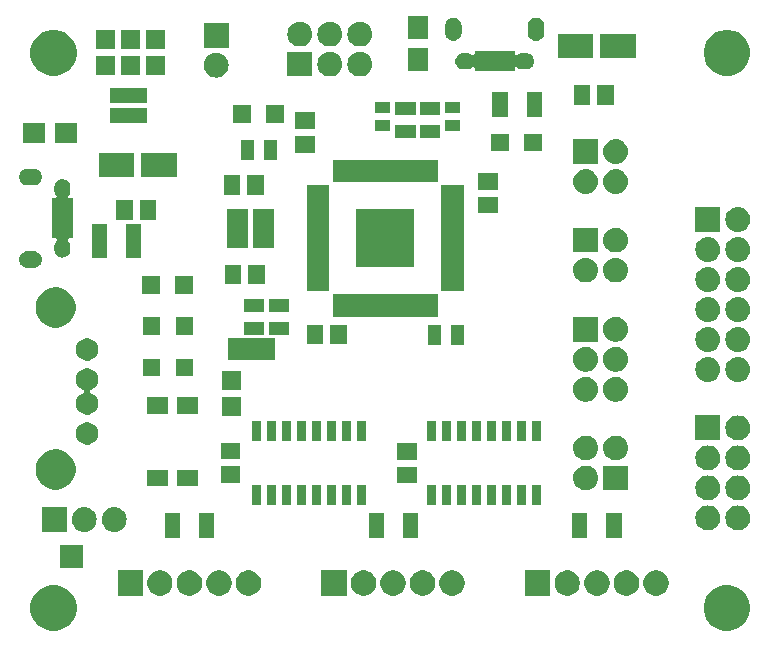
<source format=gbr>
G04 #@! TF.GenerationSoftware,KiCad,Pcbnew,5.0.2-bee76a0~70~ubuntu16.04.1*
G04 #@! TF.CreationDate,2019-01-15T14:46:21+00:00*
G04 #@! TF.ProjectId,sangaboard_v0.3,73616e67-6162-46f6-9172-645f76302e33,0.3*
G04 #@! TF.SameCoordinates,Original*
G04 #@! TF.FileFunction,Soldermask,Top*
G04 #@! TF.FilePolarity,Negative*
%FSLAX46Y46*%
G04 Gerber Fmt 4.6, Leading zero omitted, Abs format (unit mm)*
G04 Created by KiCad (PCBNEW 5.0.2-bee76a0~70~ubuntu16.04.1) date Tue 15 Jan 2019 14:46:21 GMT*
%MOMM*%
%LPD*%
G01*
G04 APERTURE LIST*
%ADD10C,0.100000*%
G04 APERTURE END LIST*
D10*
G36*
X161568793Y-94124937D02*
X161923670Y-94271932D01*
X162243055Y-94485338D01*
X162514662Y-94756945D01*
X162728068Y-95076330D01*
X162875063Y-95431207D01*
X162950000Y-95807940D01*
X162950000Y-96192060D01*
X162875063Y-96568793D01*
X162728068Y-96923670D01*
X162514662Y-97243055D01*
X162243055Y-97514662D01*
X161923670Y-97728068D01*
X161568793Y-97875063D01*
X161192060Y-97950000D01*
X160807940Y-97950000D01*
X160431207Y-97875063D01*
X160076330Y-97728068D01*
X159756945Y-97514662D01*
X159485338Y-97243055D01*
X159271932Y-96923670D01*
X159124937Y-96568793D01*
X159050000Y-96192060D01*
X159050000Y-95807940D01*
X159124937Y-95431207D01*
X159271932Y-95076330D01*
X159485338Y-94756945D01*
X159756945Y-94485338D01*
X160076330Y-94271932D01*
X160431207Y-94124937D01*
X160807940Y-94050000D01*
X161192060Y-94050000D01*
X161568793Y-94124937D01*
X161568793Y-94124937D01*
G37*
G36*
X104568793Y-94124937D02*
X104923670Y-94271932D01*
X105243055Y-94485338D01*
X105514662Y-94756945D01*
X105728068Y-95076330D01*
X105875063Y-95431207D01*
X105950000Y-95807940D01*
X105950000Y-96192060D01*
X105875063Y-96568793D01*
X105728068Y-96923670D01*
X105514662Y-97243055D01*
X105243055Y-97514662D01*
X104923670Y-97728068D01*
X104568793Y-97875063D01*
X104192060Y-97950000D01*
X103807940Y-97950000D01*
X103431207Y-97875063D01*
X103076330Y-97728068D01*
X102756945Y-97514662D01*
X102485338Y-97243055D01*
X102271932Y-96923670D01*
X102124937Y-96568793D01*
X102050000Y-96192060D01*
X102050000Y-95807940D01*
X102124937Y-95431207D01*
X102271932Y-95076330D01*
X102485338Y-94756945D01*
X102756945Y-94485338D01*
X103076330Y-94271932D01*
X103431207Y-94124937D01*
X103807940Y-94050000D01*
X104192060Y-94050000D01*
X104568793Y-94124937D01*
X104568793Y-94124937D01*
G37*
G36*
X155313566Y-92866312D02*
X155509203Y-92947347D01*
X155685275Y-93064995D01*
X155835005Y-93214725D01*
X155952653Y-93390797D01*
X156033688Y-93586434D01*
X156075000Y-93794122D01*
X156075000Y-94005878D01*
X156033688Y-94213566D01*
X155952653Y-94409203D01*
X155835005Y-94585275D01*
X155685275Y-94735005D01*
X155509203Y-94852653D01*
X155313566Y-94933688D01*
X155105878Y-94975000D01*
X154894122Y-94975000D01*
X154686434Y-94933688D01*
X154490797Y-94852653D01*
X154314725Y-94735005D01*
X154164995Y-94585275D01*
X154047347Y-94409203D01*
X153966312Y-94213566D01*
X153925000Y-94005878D01*
X153925000Y-93794122D01*
X153966312Y-93586434D01*
X154047347Y-93390797D01*
X154164995Y-93214725D01*
X154314725Y-93064995D01*
X154490797Y-92947347D01*
X154686434Y-92866312D01*
X154894122Y-92825000D01*
X155105878Y-92825000D01*
X155313566Y-92866312D01*
X155313566Y-92866312D01*
G37*
G36*
X152813566Y-92866312D02*
X153009203Y-92947347D01*
X153185275Y-93064995D01*
X153335005Y-93214725D01*
X153452653Y-93390797D01*
X153533688Y-93586434D01*
X153575000Y-93794122D01*
X153575000Y-94005878D01*
X153533688Y-94213566D01*
X153452653Y-94409203D01*
X153335005Y-94585275D01*
X153185275Y-94735005D01*
X153009203Y-94852653D01*
X152813566Y-94933688D01*
X152605878Y-94975000D01*
X152394122Y-94975000D01*
X152186434Y-94933688D01*
X151990797Y-94852653D01*
X151814725Y-94735005D01*
X151664995Y-94585275D01*
X151547347Y-94409203D01*
X151466312Y-94213566D01*
X151425000Y-94005878D01*
X151425000Y-93794122D01*
X151466312Y-93586434D01*
X151547347Y-93390797D01*
X151664995Y-93214725D01*
X151814725Y-93064995D01*
X151990797Y-92947347D01*
X152186434Y-92866312D01*
X152394122Y-92825000D01*
X152605878Y-92825000D01*
X152813566Y-92866312D01*
X152813566Y-92866312D01*
G37*
G36*
X120813566Y-92866312D02*
X121009203Y-92947347D01*
X121185275Y-93064995D01*
X121335005Y-93214725D01*
X121452653Y-93390797D01*
X121533688Y-93586434D01*
X121575000Y-93794122D01*
X121575000Y-94005878D01*
X121533688Y-94213566D01*
X121452653Y-94409203D01*
X121335005Y-94585275D01*
X121185275Y-94735005D01*
X121009203Y-94852653D01*
X120813566Y-94933688D01*
X120605878Y-94975000D01*
X120394122Y-94975000D01*
X120186434Y-94933688D01*
X119990797Y-94852653D01*
X119814725Y-94735005D01*
X119664995Y-94585275D01*
X119547347Y-94409203D01*
X119466312Y-94213566D01*
X119425000Y-94005878D01*
X119425000Y-93794122D01*
X119466312Y-93586434D01*
X119547347Y-93390797D01*
X119664995Y-93214725D01*
X119814725Y-93064995D01*
X119990797Y-92947347D01*
X120186434Y-92866312D01*
X120394122Y-92825000D01*
X120605878Y-92825000D01*
X120813566Y-92866312D01*
X120813566Y-92866312D01*
G37*
G36*
X118313566Y-92866312D02*
X118509203Y-92947347D01*
X118685275Y-93064995D01*
X118835005Y-93214725D01*
X118952653Y-93390797D01*
X119033688Y-93586434D01*
X119075000Y-93794122D01*
X119075000Y-94005878D01*
X119033688Y-94213566D01*
X118952653Y-94409203D01*
X118835005Y-94585275D01*
X118685275Y-94735005D01*
X118509203Y-94852653D01*
X118313566Y-94933688D01*
X118105878Y-94975000D01*
X117894122Y-94975000D01*
X117686434Y-94933688D01*
X117490797Y-94852653D01*
X117314725Y-94735005D01*
X117164995Y-94585275D01*
X117047347Y-94409203D01*
X116966312Y-94213566D01*
X116925000Y-94005878D01*
X116925000Y-93794122D01*
X116966312Y-93586434D01*
X117047347Y-93390797D01*
X117164995Y-93214725D01*
X117314725Y-93064995D01*
X117490797Y-92947347D01*
X117686434Y-92866312D01*
X117894122Y-92825000D01*
X118105878Y-92825000D01*
X118313566Y-92866312D01*
X118313566Y-92866312D01*
G37*
G36*
X115813566Y-92866312D02*
X116009203Y-92947347D01*
X116185275Y-93064995D01*
X116335005Y-93214725D01*
X116452653Y-93390797D01*
X116533688Y-93586434D01*
X116575000Y-93794122D01*
X116575000Y-94005878D01*
X116533688Y-94213566D01*
X116452653Y-94409203D01*
X116335005Y-94585275D01*
X116185275Y-94735005D01*
X116009203Y-94852653D01*
X115813566Y-94933688D01*
X115605878Y-94975000D01*
X115394122Y-94975000D01*
X115186434Y-94933688D01*
X114990797Y-94852653D01*
X114814725Y-94735005D01*
X114664995Y-94585275D01*
X114547347Y-94409203D01*
X114466312Y-94213566D01*
X114425000Y-94005878D01*
X114425000Y-93794122D01*
X114466312Y-93586434D01*
X114547347Y-93390797D01*
X114664995Y-93214725D01*
X114814725Y-93064995D01*
X114990797Y-92947347D01*
X115186434Y-92866312D01*
X115394122Y-92825000D01*
X115605878Y-92825000D01*
X115813566Y-92866312D01*
X115813566Y-92866312D01*
G37*
G36*
X113313566Y-92866312D02*
X113509203Y-92947347D01*
X113685275Y-93064995D01*
X113835005Y-93214725D01*
X113952653Y-93390797D01*
X114033688Y-93586434D01*
X114075000Y-93794122D01*
X114075000Y-94005878D01*
X114033688Y-94213566D01*
X113952653Y-94409203D01*
X113835005Y-94585275D01*
X113685275Y-94735005D01*
X113509203Y-94852653D01*
X113313566Y-94933688D01*
X113105878Y-94975000D01*
X112894122Y-94975000D01*
X112686434Y-94933688D01*
X112490797Y-94852653D01*
X112314725Y-94735005D01*
X112164995Y-94585275D01*
X112047347Y-94409203D01*
X111966312Y-94213566D01*
X111925000Y-94005878D01*
X111925000Y-93794122D01*
X111966312Y-93586434D01*
X112047347Y-93390797D01*
X112164995Y-93214725D01*
X112314725Y-93064995D01*
X112490797Y-92947347D01*
X112686434Y-92866312D01*
X112894122Y-92825000D01*
X113105878Y-92825000D01*
X113313566Y-92866312D01*
X113313566Y-92866312D01*
G37*
G36*
X111575000Y-94975000D02*
X109425000Y-94975000D01*
X109425000Y-92825000D01*
X111575000Y-92825000D01*
X111575000Y-94975000D01*
X111575000Y-94975000D01*
G37*
G36*
X138063566Y-92866312D02*
X138259203Y-92947347D01*
X138435275Y-93064995D01*
X138585005Y-93214725D01*
X138702653Y-93390797D01*
X138783688Y-93586434D01*
X138825000Y-93794122D01*
X138825000Y-94005878D01*
X138783688Y-94213566D01*
X138702653Y-94409203D01*
X138585005Y-94585275D01*
X138435275Y-94735005D01*
X138259203Y-94852653D01*
X138063566Y-94933688D01*
X137855878Y-94975000D01*
X137644122Y-94975000D01*
X137436434Y-94933688D01*
X137240797Y-94852653D01*
X137064725Y-94735005D01*
X136914995Y-94585275D01*
X136797347Y-94409203D01*
X136716312Y-94213566D01*
X136675000Y-94005878D01*
X136675000Y-93794122D01*
X136716312Y-93586434D01*
X136797347Y-93390797D01*
X136914995Y-93214725D01*
X137064725Y-93064995D01*
X137240797Y-92947347D01*
X137436434Y-92866312D01*
X137644122Y-92825000D01*
X137855878Y-92825000D01*
X138063566Y-92866312D01*
X138063566Y-92866312D01*
G37*
G36*
X133063566Y-92866312D02*
X133259203Y-92947347D01*
X133435275Y-93064995D01*
X133585005Y-93214725D01*
X133702653Y-93390797D01*
X133783688Y-93586434D01*
X133825000Y-93794122D01*
X133825000Y-94005878D01*
X133783688Y-94213566D01*
X133702653Y-94409203D01*
X133585005Y-94585275D01*
X133435275Y-94735005D01*
X133259203Y-94852653D01*
X133063566Y-94933688D01*
X132855878Y-94975000D01*
X132644122Y-94975000D01*
X132436434Y-94933688D01*
X132240797Y-94852653D01*
X132064725Y-94735005D01*
X131914995Y-94585275D01*
X131797347Y-94409203D01*
X131716312Y-94213566D01*
X131675000Y-94005878D01*
X131675000Y-93794122D01*
X131716312Y-93586434D01*
X131797347Y-93390797D01*
X131914995Y-93214725D01*
X132064725Y-93064995D01*
X132240797Y-92947347D01*
X132436434Y-92866312D01*
X132644122Y-92825000D01*
X132855878Y-92825000D01*
X133063566Y-92866312D01*
X133063566Y-92866312D01*
G37*
G36*
X130563566Y-92866312D02*
X130759203Y-92947347D01*
X130935275Y-93064995D01*
X131085005Y-93214725D01*
X131202653Y-93390797D01*
X131283688Y-93586434D01*
X131325000Y-93794122D01*
X131325000Y-94005878D01*
X131283688Y-94213566D01*
X131202653Y-94409203D01*
X131085005Y-94585275D01*
X130935275Y-94735005D01*
X130759203Y-94852653D01*
X130563566Y-94933688D01*
X130355878Y-94975000D01*
X130144122Y-94975000D01*
X129936434Y-94933688D01*
X129740797Y-94852653D01*
X129564725Y-94735005D01*
X129414995Y-94585275D01*
X129297347Y-94409203D01*
X129216312Y-94213566D01*
X129175000Y-94005878D01*
X129175000Y-93794122D01*
X129216312Y-93586434D01*
X129297347Y-93390797D01*
X129414995Y-93214725D01*
X129564725Y-93064995D01*
X129740797Y-92947347D01*
X129936434Y-92866312D01*
X130144122Y-92825000D01*
X130355878Y-92825000D01*
X130563566Y-92866312D01*
X130563566Y-92866312D01*
G37*
G36*
X128825000Y-94975000D02*
X126675000Y-94975000D01*
X126675000Y-92825000D01*
X128825000Y-92825000D01*
X128825000Y-94975000D01*
X128825000Y-94975000D01*
G37*
G36*
X146075000Y-94975000D02*
X143925000Y-94975000D01*
X143925000Y-92825000D01*
X146075000Y-92825000D01*
X146075000Y-94975000D01*
X146075000Y-94975000D01*
G37*
G36*
X147813566Y-92866312D02*
X148009203Y-92947347D01*
X148185275Y-93064995D01*
X148335005Y-93214725D01*
X148452653Y-93390797D01*
X148533688Y-93586434D01*
X148575000Y-93794122D01*
X148575000Y-94005878D01*
X148533688Y-94213566D01*
X148452653Y-94409203D01*
X148335005Y-94585275D01*
X148185275Y-94735005D01*
X148009203Y-94852653D01*
X147813566Y-94933688D01*
X147605878Y-94975000D01*
X147394122Y-94975000D01*
X147186434Y-94933688D01*
X146990797Y-94852653D01*
X146814725Y-94735005D01*
X146664995Y-94585275D01*
X146547347Y-94409203D01*
X146466312Y-94213566D01*
X146425000Y-94005878D01*
X146425000Y-93794122D01*
X146466312Y-93586434D01*
X146547347Y-93390797D01*
X146664995Y-93214725D01*
X146814725Y-93064995D01*
X146990797Y-92947347D01*
X147186434Y-92866312D01*
X147394122Y-92825000D01*
X147605878Y-92825000D01*
X147813566Y-92866312D01*
X147813566Y-92866312D01*
G37*
G36*
X150313566Y-92866312D02*
X150509203Y-92947347D01*
X150685275Y-93064995D01*
X150835005Y-93214725D01*
X150952653Y-93390797D01*
X151033688Y-93586434D01*
X151075000Y-93794122D01*
X151075000Y-94005878D01*
X151033688Y-94213566D01*
X150952653Y-94409203D01*
X150835005Y-94585275D01*
X150685275Y-94735005D01*
X150509203Y-94852653D01*
X150313566Y-94933688D01*
X150105878Y-94975000D01*
X149894122Y-94975000D01*
X149686434Y-94933688D01*
X149490797Y-94852653D01*
X149314725Y-94735005D01*
X149164995Y-94585275D01*
X149047347Y-94409203D01*
X148966312Y-94213566D01*
X148925000Y-94005878D01*
X148925000Y-93794122D01*
X148966312Y-93586434D01*
X149047347Y-93390797D01*
X149164995Y-93214725D01*
X149314725Y-93064995D01*
X149490797Y-92947347D01*
X149686434Y-92866312D01*
X149894122Y-92825000D01*
X150105878Y-92825000D01*
X150313566Y-92866312D01*
X150313566Y-92866312D01*
G37*
G36*
X135563566Y-92866312D02*
X135759203Y-92947347D01*
X135935275Y-93064995D01*
X136085005Y-93214725D01*
X136202653Y-93390797D01*
X136283688Y-93586434D01*
X136325000Y-93794122D01*
X136325000Y-94005878D01*
X136283688Y-94213566D01*
X136202653Y-94409203D01*
X136085005Y-94585275D01*
X135935275Y-94735005D01*
X135759203Y-94852653D01*
X135563566Y-94933688D01*
X135355878Y-94975000D01*
X135144122Y-94975000D01*
X134936434Y-94933688D01*
X134740797Y-94852653D01*
X134564725Y-94735005D01*
X134414995Y-94585275D01*
X134297347Y-94409203D01*
X134216312Y-94213566D01*
X134175000Y-94005878D01*
X134175000Y-93794122D01*
X134216312Y-93586434D01*
X134297347Y-93390797D01*
X134414995Y-93214725D01*
X134564725Y-93064995D01*
X134740797Y-92947347D01*
X134936434Y-92866312D01*
X135144122Y-92825000D01*
X135355878Y-92825000D01*
X135563566Y-92866312D01*
X135563566Y-92866312D01*
G37*
G36*
X106490000Y-92610000D02*
X104590000Y-92610000D01*
X104590000Y-90710000D01*
X106490000Y-90710000D01*
X106490000Y-92610000D01*
X106490000Y-92610000D01*
G37*
G36*
X149200000Y-90050000D02*
X147900000Y-90050000D01*
X147900000Y-87950000D01*
X149200000Y-87950000D01*
X149200000Y-90050000D01*
X149200000Y-90050000D01*
G37*
G36*
X152100000Y-90050000D02*
X150800000Y-90050000D01*
X150800000Y-87950000D01*
X152100000Y-87950000D01*
X152100000Y-90050000D01*
X152100000Y-90050000D01*
G37*
G36*
X134900000Y-90050000D02*
X133600000Y-90050000D01*
X133600000Y-87950000D01*
X134900000Y-87950000D01*
X134900000Y-90050000D01*
X134900000Y-90050000D01*
G37*
G36*
X132000000Y-90050000D02*
X130700000Y-90050000D01*
X130700000Y-87950000D01*
X132000000Y-87950000D01*
X132000000Y-90050000D01*
X132000000Y-90050000D01*
G37*
G36*
X117600000Y-90050000D02*
X116300000Y-90050000D01*
X116300000Y-87950000D01*
X117600000Y-87950000D01*
X117600000Y-90050000D01*
X117600000Y-90050000D01*
G37*
G36*
X114700000Y-90050000D02*
X113400000Y-90050000D01*
X113400000Y-87950000D01*
X114700000Y-87950000D01*
X114700000Y-90050000D01*
X114700000Y-90050000D01*
G37*
G36*
X109268707Y-87457596D02*
X109345836Y-87465193D01*
X109477787Y-87505220D01*
X109543763Y-87525233D01*
X109726172Y-87622733D01*
X109886054Y-87753946D01*
X110017267Y-87913828D01*
X110114767Y-88096237D01*
X110114767Y-88096238D01*
X110174807Y-88294164D01*
X110195080Y-88500000D01*
X110174807Y-88705836D01*
X110134780Y-88837787D01*
X110114767Y-88903763D01*
X110017267Y-89086172D01*
X109886054Y-89246054D01*
X109726172Y-89377267D01*
X109543763Y-89474767D01*
X109477787Y-89494780D01*
X109345836Y-89534807D01*
X109268707Y-89542403D01*
X109191580Y-89550000D01*
X109088420Y-89550000D01*
X109011293Y-89542403D01*
X108934164Y-89534807D01*
X108802213Y-89494780D01*
X108736237Y-89474767D01*
X108553828Y-89377267D01*
X108393946Y-89246054D01*
X108262733Y-89086172D01*
X108165233Y-88903763D01*
X108145220Y-88837787D01*
X108105193Y-88705836D01*
X108084920Y-88500000D01*
X108105193Y-88294164D01*
X108165233Y-88096238D01*
X108165233Y-88096237D01*
X108262733Y-87913828D01*
X108393946Y-87753946D01*
X108553828Y-87622733D01*
X108736237Y-87525233D01*
X108802213Y-87505220D01*
X108934164Y-87465193D01*
X109011293Y-87457596D01*
X109088420Y-87450000D01*
X109191580Y-87450000D01*
X109268707Y-87457596D01*
X109268707Y-87457596D01*
G37*
G36*
X106728707Y-87457596D02*
X106805836Y-87465193D01*
X106937787Y-87505220D01*
X107003763Y-87525233D01*
X107186172Y-87622733D01*
X107346054Y-87753946D01*
X107477267Y-87913828D01*
X107574767Y-88096237D01*
X107574767Y-88096238D01*
X107634807Y-88294164D01*
X107655080Y-88500000D01*
X107634807Y-88705836D01*
X107594780Y-88837787D01*
X107574767Y-88903763D01*
X107477267Y-89086172D01*
X107346054Y-89246054D01*
X107186172Y-89377267D01*
X107003763Y-89474767D01*
X106937787Y-89494780D01*
X106805836Y-89534807D01*
X106728707Y-89542403D01*
X106651580Y-89550000D01*
X106548420Y-89550000D01*
X106471293Y-89542403D01*
X106394164Y-89534807D01*
X106262213Y-89494780D01*
X106196237Y-89474767D01*
X106013828Y-89377267D01*
X105853946Y-89246054D01*
X105722733Y-89086172D01*
X105625233Y-88903763D01*
X105605220Y-88837787D01*
X105565193Y-88705836D01*
X105544920Y-88500000D01*
X105565193Y-88294164D01*
X105625233Y-88096238D01*
X105625233Y-88096237D01*
X105722733Y-87913828D01*
X105853946Y-87753946D01*
X106013828Y-87622733D01*
X106196237Y-87525233D01*
X106262213Y-87505220D01*
X106394164Y-87465193D01*
X106471293Y-87457596D01*
X106548420Y-87450000D01*
X106651580Y-87450000D01*
X106728707Y-87457596D01*
X106728707Y-87457596D01*
G37*
G36*
X105110000Y-89550000D02*
X103010000Y-89550000D01*
X103010000Y-87450000D01*
X105110000Y-87450000D01*
X105110000Y-89550000D01*
X105110000Y-89550000D01*
G37*
G36*
X162068707Y-87327597D02*
X162145836Y-87335193D01*
X162277787Y-87375220D01*
X162343763Y-87395233D01*
X162526172Y-87492733D01*
X162686054Y-87623946D01*
X162817267Y-87783828D01*
X162914767Y-87966237D01*
X162914767Y-87966238D01*
X162974807Y-88164164D01*
X162995080Y-88370000D01*
X162974807Y-88575836D01*
X162935373Y-88705834D01*
X162914767Y-88773763D01*
X162817267Y-88956172D01*
X162686054Y-89116054D01*
X162526172Y-89247267D01*
X162343763Y-89344767D01*
X162277787Y-89364780D01*
X162145836Y-89404807D01*
X162068707Y-89412404D01*
X161991580Y-89420000D01*
X161888420Y-89420000D01*
X161811293Y-89412404D01*
X161734164Y-89404807D01*
X161602213Y-89364780D01*
X161536237Y-89344767D01*
X161353828Y-89247267D01*
X161193946Y-89116054D01*
X161062733Y-88956172D01*
X160965233Y-88773763D01*
X160944627Y-88705834D01*
X160905193Y-88575836D01*
X160884920Y-88370000D01*
X160905193Y-88164164D01*
X160965233Y-87966238D01*
X160965233Y-87966237D01*
X161062733Y-87783828D01*
X161193946Y-87623946D01*
X161353828Y-87492733D01*
X161536237Y-87395233D01*
X161602213Y-87375220D01*
X161734164Y-87335193D01*
X161811293Y-87327597D01*
X161888420Y-87320000D01*
X161991580Y-87320000D01*
X162068707Y-87327597D01*
X162068707Y-87327597D01*
G37*
G36*
X159528707Y-87327597D02*
X159605836Y-87335193D01*
X159737787Y-87375220D01*
X159803763Y-87395233D01*
X159986172Y-87492733D01*
X160146054Y-87623946D01*
X160277267Y-87783828D01*
X160374767Y-87966237D01*
X160374767Y-87966238D01*
X160434807Y-88164164D01*
X160455080Y-88370000D01*
X160434807Y-88575836D01*
X160395373Y-88705834D01*
X160374767Y-88773763D01*
X160277267Y-88956172D01*
X160146054Y-89116054D01*
X159986172Y-89247267D01*
X159803763Y-89344767D01*
X159737787Y-89364780D01*
X159605836Y-89404807D01*
X159528707Y-89412404D01*
X159451580Y-89420000D01*
X159348420Y-89420000D01*
X159271293Y-89412404D01*
X159194164Y-89404807D01*
X159062213Y-89364780D01*
X158996237Y-89344767D01*
X158813828Y-89247267D01*
X158653946Y-89116054D01*
X158522733Y-88956172D01*
X158425233Y-88773763D01*
X158404627Y-88705834D01*
X158365193Y-88575836D01*
X158344920Y-88370000D01*
X158365193Y-88164164D01*
X158425233Y-87966238D01*
X158425233Y-87966237D01*
X158522733Y-87783828D01*
X158653946Y-87623946D01*
X158813828Y-87492733D01*
X158996237Y-87395233D01*
X159062213Y-87375220D01*
X159194164Y-87335193D01*
X159271293Y-87327597D01*
X159348420Y-87320000D01*
X159451580Y-87320000D01*
X159528707Y-87327597D01*
X159528707Y-87327597D01*
G37*
G36*
X130450000Y-87245000D02*
X129710000Y-87245000D01*
X129710000Y-85555000D01*
X130450000Y-85555000D01*
X130450000Y-87245000D01*
X130450000Y-87245000D01*
G37*
G36*
X140180000Y-87245000D02*
X139440000Y-87245000D01*
X139440000Y-85555000D01*
X140180000Y-85555000D01*
X140180000Y-87245000D01*
X140180000Y-87245000D01*
G37*
G36*
X138910000Y-87245000D02*
X138170000Y-87245000D01*
X138170000Y-85555000D01*
X138910000Y-85555000D01*
X138910000Y-87245000D01*
X138910000Y-87245000D01*
G37*
G36*
X137640000Y-87245000D02*
X136900000Y-87245000D01*
X136900000Y-85555000D01*
X137640000Y-85555000D01*
X137640000Y-87245000D01*
X137640000Y-87245000D01*
G37*
G36*
X141450000Y-87245000D02*
X140710000Y-87245000D01*
X140710000Y-85555000D01*
X141450000Y-85555000D01*
X141450000Y-87245000D01*
X141450000Y-87245000D01*
G37*
G36*
X142720000Y-87245000D02*
X141980000Y-87245000D01*
X141980000Y-85555000D01*
X142720000Y-85555000D01*
X142720000Y-87245000D01*
X142720000Y-87245000D01*
G37*
G36*
X143990000Y-87245000D02*
X143250000Y-87245000D01*
X143250000Y-85555000D01*
X143990000Y-85555000D01*
X143990000Y-87245000D01*
X143990000Y-87245000D01*
G37*
G36*
X136370000Y-87245000D02*
X135630000Y-87245000D01*
X135630000Y-85555000D01*
X136370000Y-85555000D01*
X136370000Y-87245000D01*
X136370000Y-87245000D01*
G37*
G36*
X121560000Y-87245000D02*
X120820000Y-87245000D01*
X120820000Y-85555000D01*
X121560000Y-85555000D01*
X121560000Y-87245000D01*
X121560000Y-87245000D01*
G37*
G36*
X122830000Y-87245000D02*
X122090000Y-87245000D01*
X122090000Y-85555000D01*
X122830000Y-85555000D01*
X122830000Y-87245000D01*
X122830000Y-87245000D01*
G37*
G36*
X124100000Y-87245000D02*
X123360000Y-87245000D01*
X123360000Y-85555000D01*
X124100000Y-85555000D01*
X124100000Y-87245000D01*
X124100000Y-87245000D01*
G37*
G36*
X125370000Y-87245000D02*
X124630000Y-87245000D01*
X124630000Y-85555000D01*
X125370000Y-85555000D01*
X125370000Y-87245000D01*
X125370000Y-87245000D01*
G37*
G36*
X126640000Y-87245000D02*
X125900000Y-87245000D01*
X125900000Y-85555000D01*
X126640000Y-85555000D01*
X126640000Y-87245000D01*
X126640000Y-87245000D01*
G37*
G36*
X127910000Y-87245000D02*
X127170000Y-87245000D01*
X127170000Y-85555000D01*
X127910000Y-85555000D01*
X127910000Y-87245000D01*
X127910000Y-87245000D01*
G37*
G36*
X129180000Y-87245000D02*
X128440000Y-87245000D01*
X128440000Y-85555000D01*
X129180000Y-85555000D01*
X129180000Y-87245000D01*
X129180000Y-87245000D01*
G37*
G36*
X145260000Y-87245000D02*
X144520000Y-87245000D01*
X144520000Y-85555000D01*
X145260000Y-85555000D01*
X145260000Y-87245000D01*
X145260000Y-87245000D01*
G37*
G36*
X162068707Y-84787597D02*
X162145836Y-84795193D01*
X162277787Y-84835220D01*
X162343763Y-84855233D01*
X162526172Y-84952733D01*
X162686054Y-85083946D01*
X162817267Y-85243828D01*
X162914767Y-85426237D01*
X162914767Y-85426238D01*
X162974807Y-85624164D01*
X162995080Y-85830000D01*
X162974807Y-86035836D01*
X162934780Y-86167787D01*
X162914767Y-86233763D01*
X162817267Y-86416172D01*
X162686054Y-86576054D01*
X162526172Y-86707267D01*
X162343763Y-86804767D01*
X162277787Y-86824780D01*
X162145836Y-86864807D01*
X162068707Y-86872403D01*
X161991580Y-86880000D01*
X161888420Y-86880000D01*
X161811293Y-86872403D01*
X161734164Y-86864807D01*
X161602213Y-86824780D01*
X161536237Y-86804767D01*
X161353828Y-86707267D01*
X161193946Y-86576054D01*
X161062733Y-86416172D01*
X160965233Y-86233763D01*
X160945220Y-86167787D01*
X160905193Y-86035836D01*
X160884920Y-85830000D01*
X160905193Y-85624164D01*
X160965233Y-85426238D01*
X160965233Y-85426237D01*
X161062733Y-85243828D01*
X161193946Y-85083946D01*
X161353828Y-84952733D01*
X161536237Y-84855233D01*
X161602213Y-84835220D01*
X161734164Y-84795193D01*
X161811293Y-84787597D01*
X161888420Y-84780000D01*
X161991580Y-84780000D01*
X162068707Y-84787597D01*
X162068707Y-84787597D01*
G37*
G36*
X159528707Y-84787597D02*
X159605836Y-84795193D01*
X159737787Y-84835220D01*
X159803763Y-84855233D01*
X159986172Y-84952733D01*
X160146054Y-85083946D01*
X160277267Y-85243828D01*
X160374767Y-85426237D01*
X160374767Y-85426238D01*
X160434807Y-85624164D01*
X160455080Y-85830000D01*
X160434807Y-86035836D01*
X160394780Y-86167787D01*
X160374767Y-86233763D01*
X160277267Y-86416172D01*
X160146054Y-86576054D01*
X159986172Y-86707267D01*
X159803763Y-86804767D01*
X159737787Y-86824780D01*
X159605836Y-86864807D01*
X159528707Y-86872403D01*
X159451580Y-86880000D01*
X159348420Y-86880000D01*
X159271293Y-86872403D01*
X159194164Y-86864807D01*
X159062213Y-86824780D01*
X158996237Y-86804767D01*
X158813828Y-86707267D01*
X158653946Y-86576054D01*
X158522733Y-86416172D01*
X158425233Y-86233763D01*
X158405220Y-86167787D01*
X158365193Y-86035836D01*
X158344920Y-85830000D01*
X158365193Y-85624164D01*
X158425233Y-85426238D01*
X158425233Y-85426237D01*
X158522733Y-85243828D01*
X158653946Y-85083946D01*
X158813828Y-84952733D01*
X158996237Y-84855233D01*
X159062213Y-84835220D01*
X159194164Y-84795193D01*
X159271293Y-84787597D01*
X159348420Y-84780000D01*
X159451580Y-84780000D01*
X159528707Y-84787597D01*
X159528707Y-84787597D01*
G37*
G36*
X149188707Y-83947597D02*
X149265836Y-83955193D01*
X149397787Y-83995220D01*
X149463763Y-84015233D01*
X149646172Y-84112733D01*
X149806054Y-84243946D01*
X149937267Y-84403828D01*
X150034767Y-84586237D01*
X150034767Y-84586238D01*
X150094807Y-84784164D01*
X150115080Y-84990000D01*
X150094807Y-85195836D01*
X150054780Y-85327787D01*
X150034767Y-85393763D01*
X149937267Y-85576172D01*
X149806054Y-85736054D01*
X149646172Y-85867267D01*
X149463763Y-85964767D01*
X149397787Y-85984780D01*
X149265836Y-86024807D01*
X149188707Y-86032403D01*
X149111580Y-86040000D01*
X149008420Y-86040000D01*
X148931293Y-86032403D01*
X148854164Y-86024807D01*
X148722213Y-85984780D01*
X148656237Y-85964767D01*
X148473828Y-85867267D01*
X148313946Y-85736054D01*
X148182733Y-85576172D01*
X148085233Y-85393763D01*
X148065220Y-85327787D01*
X148025193Y-85195836D01*
X148004920Y-84990000D01*
X148025193Y-84784164D01*
X148085233Y-84586238D01*
X148085233Y-84586237D01*
X148182733Y-84403828D01*
X148313946Y-84243946D01*
X148473828Y-84112733D01*
X148656237Y-84015233D01*
X148722213Y-83995220D01*
X148854164Y-83955193D01*
X148931293Y-83947597D01*
X149008420Y-83940000D01*
X149111580Y-83940000D01*
X149188707Y-83947597D01*
X149188707Y-83947597D01*
G37*
G36*
X152650000Y-86040000D02*
X150550000Y-86040000D01*
X150550000Y-83940000D01*
X152650000Y-83940000D01*
X152650000Y-86040000D01*
X152650000Y-86040000D01*
G37*
G36*
X104566393Y-82623553D02*
X104675872Y-82645330D01*
X104985252Y-82773479D01*
X105263687Y-82959523D01*
X105500477Y-83196313D01*
X105686521Y-83474748D01*
X105814670Y-83784128D01*
X105814670Y-83784129D01*
X105880000Y-84112563D01*
X105880000Y-84447437D01*
X105836447Y-84666393D01*
X105814670Y-84775872D01*
X105686521Y-85085252D01*
X105500477Y-85363687D01*
X105263687Y-85600477D01*
X104985252Y-85786521D01*
X104675872Y-85914670D01*
X104566393Y-85936447D01*
X104347437Y-85980000D01*
X104012563Y-85980000D01*
X103793607Y-85936447D01*
X103684128Y-85914670D01*
X103374748Y-85786521D01*
X103096313Y-85600477D01*
X102859523Y-85363687D01*
X102673479Y-85085252D01*
X102545330Y-84775872D01*
X102523553Y-84666393D01*
X102480000Y-84447437D01*
X102480000Y-84112563D01*
X102545330Y-83784129D01*
X102545330Y-83784128D01*
X102673479Y-83474748D01*
X102859523Y-83196313D01*
X103096313Y-82959523D01*
X103374748Y-82773479D01*
X103684128Y-82645330D01*
X103793607Y-82623553D01*
X104012563Y-82580000D01*
X104347437Y-82580000D01*
X104566393Y-82623553D01*
X104566393Y-82623553D01*
G37*
G36*
X116250000Y-85700000D02*
X114450000Y-85700000D01*
X114450000Y-84300000D01*
X116250000Y-84300000D01*
X116250000Y-85700000D01*
X116250000Y-85700000D01*
G37*
G36*
X113710000Y-85700000D02*
X111910000Y-85700000D01*
X111910000Y-84300000D01*
X113710000Y-84300000D01*
X113710000Y-85700000D01*
X113710000Y-85700000D01*
G37*
G36*
X134775000Y-85450000D02*
X133125000Y-85450000D01*
X133125000Y-84050000D01*
X134775000Y-84050000D01*
X134775000Y-85450000D01*
X134775000Y-85450000D01*
G37*
G36*
X119825000Y-85400000D02*
X118175000Y-85400000D01*
X118175000Y-84000000D01*
X119825000Y-84000000D01*
X119825000Y-85400000D01*
X119825000Y-85400000D01*
G37*
G36*
X162068707Y-82247597D02*
X162145836Y-82255193D01*
X162277787Y-82295220D01*
X162343763Y-82315233D01*
X162526172Y-82412733D01*
X162686054Y-82543946D01*
X162817267Y-82703828D01*
X162914767Y-82886237D01*
X162914767Y-82886238D01*
X162974807Y-83084164D01*
X162995080Y-83290000D01*
X162974807Y-83495836D01*
X162934780Y-83627787D01*
X162914767Y-83693763D01*
X162817267Y-83876172D01*
X162686054Y-84036054D01*
X162526172Y-84167267D01*
X162343763Y-84264767D01*
X162277787Y-84284780D01*
X162145836Y-84324807D01*
X162068707Y-84332404D01*
X161991580Y-84340000D01*
X161888420Y-84340000D01*
X161811293Y-84332404D01*
X161734164Y-84324807D01*
X161602213Y-84284780D01*
X161536237Y-84264767D01*
X161353828Y-84167267D01*
X161193946Y-84036054D01*
X161062733Y-83876172D01*
X160965233Y-83693763D01*
X160945220Y-83627787D01*
X160905193Y-83495836D01*
X160884920Y-83290000D01*
X160905193Y-83084164D01*
X160965233Y-82886238D01*
X160965233Y-82886237D01*
X161062733Y-82703828D01*
X161193946Y-82543946D01*
X161353828Y-82412733D01*
X161536237Y-82315233D01*
X161602213Y-82295220D01*
X161734164Y-82255193D01*
X161811293Y-82247597D01*
X161888420Y-82240000D01*
X161991580Y-82240000D01*
X162068707Y-82247597D01*
X162068707Y-82247597D01*
G37*
G36*
X159528707Y-82247597D02*
X159605836Y-82255193D01*
X159737787Y-82295220D01*
X159803763Y-82315233D01*
X159986172Y-82412733D01*
X160146054Y-82543946D01*
X160277267Y-82703828D01*
X160374767Y-82886237D01*
X160374767Y-82886238D01*
X160434807Y-83084164D01*
X160455080Y-83290000D01*
X160434807Y-83495836D01*
X160394780Y-83627787D01*
X160374767Y-83693763D01*
X160277267Y-83876172D01*
X160146054Y-84036054D01*
X159986172Y-84167267D01*
X159803763Y-84264767D01*
X159737787Y-84284780D01*
X159605836Y-84324807D01*
X159528707Y-84332404D01*
X159451580Y-84340000D01*
X159348420Y-84340000D01*
X159271293Y-84332404D01*
X159194164Y-84324807D01*
X159062213Y-84284780D01*
X158996237Y-84264767D01*
X158813828Y-84167267D01*
X158653946Y-84036054D01*
X158522733Y-83876172D01*
X158425233Y-83693763D01*
X158405220Y-83627787D01*
X158365193Y-83495836D01*
X158344920Y-83290000D01*
X158365193Y-83084164D01*
X158425233Y-82886238D01*
X158425233Y-82886237D01*
X158522733Y-82703828D01*
X158653946Y-82543946D01*
X158813828Y-82412733D01*
X158996237Y-82315233D01*
X159062213Y-82295220D01*
X159194164Y-82255193D01*
X159271293Y-82247597D01*
X159348420Y-82240000D01*
X159451580Y-82240000D01*
X159528707Y-82247597D01*
X159528707Y-82247597D01*
G37*
G36*
X151728707Y-81407597D02*
X151805836Y-81415193D01*
X151937787Y-81455220D01*
X152003763Y-81475233D01*
X152186172Y-81572733D01*
X152346054Y-81703946D01*
X152477267Y-81863828D01*
X152574767Y-82046237D01*
X152574767Y-82046238D01*
X152634807Y-82244164D01*
X152655080Y-82450000D01*
X152634807Y-82655836D01*
X152594780Y-82787787D01*
X152574767Y-82853763D01*
X152477267Y-83036172D01*
X152346054Y-83196054D01*
X152186172Y-83327267D01*
X152003763Y-83424767D01*
X151937787Y-83444780D01*
X151805836Y-83484807D01*
X151728707Y-83492404D01*
X151651580Y-83500000D01*
X151548420Y-83500000D01*
X151471293Y-83492404D01*
X151394164Y-83484807D01*
X151262213Y-83444780D01*
X151196237Y-83424767D01*
X151013828Y-83327267D01*
X150853946Y-83196054D01*
X150722733Y-83036172D01*
X150625233Y-82853763D01*
X150605220Y-82787787D01*
X150565193Y-82655836D01*
X150544920Y-82450000D01*
X150565193Y-82244164D01*
X150625233Y-82046238D01*
X150625233Y-82046237D01*
X150722733Y-81863828D01*
X150853946Y-81703946D01*
X151013828Y-81572733D01*
X151196237Y-81475233D01*
X151262213Y-81455220D01*
X151394164Y-81415193D01*
X151471293Y-81407597D01*
X151548420Y-81400000D01*
X151651580Y-81400000D01*
X151728707Y-81407597D01*
X151728707Y-81407597D01*
G37*
G36*
X149188707Y-81407597D02*
X149265836Y-81415193D01*
X149397787Y-81455220D01*
X149463763Y-81475233D01*
X149646172Y-81572733D01*
X149806054Y-81703946D01*
X149937267Y-81863828D01*
X150034767Y-82046237D01*
X150034767Y-82046238D01*
X150094807Y-82244164D01*
X150115080Y-82450000D01*
X150094807Y-82655836D01*
X150054780Y-82787787D01*
X150034767Y-82853763D01*
X149937267Y-83036172D01*
X149806054Y-83196054D01*
X149646172Y-83327267D01*
X149463763Y-83424767D01*
X149397787Y-83444780D01*
X149265836Y-83484807D01*
X149188707Y-83492404D01*
X149111580Y-83500000D01*
X149008420Y-83500000D01*
X148931293Y-83492404D01*
X148854164Y-83484807D01*
X148722213Y-83444780D01*
X148656237Y-83424767D01*
X148473828Y-83327267D01*
X148313946Y-83196054D01*
X148182733Y-83036172D01*
X148085233Y-82853763D01*
X148065220Y-82787787D01*
X148025193Y-82655836D01*
X148004920Y-82450000D01*
X148025193Y-82244164D01*
X148085233Y-82046238D01*
X148085233Y-82046237D01*
X148182733Y-81863828D01*
X148313946Y-81703946D01*
X148473828Y-81572733D01*
X148656237Y-81475233D01*
X148722213Y-81455220D01*
X148854164Y-81415193D01*
X148931293Y-81407597D01*
X149008420Y-81400000D01*
X149111580Y-81400000D01*
X149188707Y-81407597D01*
X149188707Y-81407597D01*
G37*
G36*
X134775000Y-83450000D02*
X133125000Y-83450000D01*
X133125000Y-82050000D01*
X134775000Y-82050000D01*
X134775000Y-83450000D01*
X134775000Y-83450000D01*
G37*
G36*
X119825000Y-83400000D02*
X118175000Y-83400000D01*
X118175000Y-82000000D01*
X119825000Y-82000000D01*
X119825000Y-83400000D01*
X119825000Y-83400000D01*
G37*
G36*
X106989452Y-80289127D02*
X107127105Y-80316508D01*
X107299994Y-80388121D01*
X107455590Y-80492087D01*
X107587913Y-80624410D01*
X107691879Y-80780006D01*
X107763492Y-80952895D01*
X107800000Y-81136433D01*
X107800000Y-81323567D01*
X107763492Y-81507105D01*
X107691879Y-81679994D01*
X107587913Y-81835590D01*
X107455590Y-81967913D01*
X107299994Y-82071879D01*
X107127105Y-82143492D01*
X106989452Y-82170873D01*
X106943568Y-82180000D01*
X106756432Y-82180000D01*
X106710548Y-82170873D01*
X106572895Y-82143492D01*
X106400006Y-82071879D01*
X106244410Y-81967913D01*
X106112087Y-81835590D01*
X106008121Y-81679994D01*
X105936508Y-81507105D01*
X105900000Y-81323567D01*
X105900000Y-81136433D01*
X105936508Y-80952895D01*
X106008121Y-80780006D01*
X106112087Y-80624410D01*
X106244410Y-80492087D01*
X106400006Y-80388121D01*
X106572895Y-80316508D01*
X106710548Y-80289127D01*
X106756432Y-80280000D01*
X106943568Y-80280000D01*
X106989452Y-80289127D01*
X106989452Y-80289127D01*
G37*
G36*
X130450000Y-81845000D02*
X129710000Y-81845000D01*
X129710000Y-80155000D01*
X130450000Y-80155000D01*
X130450000Y-81845000D01*
X130450000Y-81845000D01*
G37*
G36*
X138910000Y-81845000D02*
X138170000Y-81845000D01*
X138170000Y-80155000D01*
X138910000Y-80155000D01*
X138910000Y-81845000D01*
X138910000Y-81845000D01*
G37*
G36*
X140180000Y-81845000D02*
X139440000Y-81845000D01*
X139440000Y-80155000D01*
X140180000Y-80155000D01*
X140180000Y-81845000D01*
X140180000Y-81845000D01*
G37*
G36*
X141450000Y-81845000D02*
X140710000Y-81845000D01*
X140710000Y-80155000D01*
X141450000Y-80155000D01*
X141450000Y-81845000D01*
X141450000Y-81845000D01*
G37*
G36*
X142720000Y-81845000D02*
X141980000Y-81845000D01*
X141980000Y-80155000D01*
X142720000Y-80155000D01*
X142720000Y-81845000D01*
X142720000Y-81845000D01*
G37*
G36*
X143990000Y-81845000D02*
X143250000Y-81845000D01*
X143250000Y-80155000D01*
X143990000Y-80155000D01*
X143990000Y-81845000D01*
X143990000Y-81845000D01*
G37*
G36*
X145260000Y-81845000D02*
X144520000Y-81845000D01*
X144520000Y-80155000D01*
X145260000Y-80155000D01*
X145260000Y-81845000D01*
X145260000Y-81845000D01*
G37*
G36*
X137640000Y-81845000D02*
X136900000Y-81845000D01*
X136900000Y-80155000D01*
X137640000Y-80155000D01*
X137640000Y-81845000D01*
X137640000Y-81845000D01*
G37*
G36*
X121560000Y-81845000D02*
X120820000Y-81845000D01*
X120820000Y-80155000D01*
X121560000Y-80155000D01*
X121560000Y-81845000D01*
X121560000Y-81845000D01*
G37*
G36*
X136370000Y-81845000D02*
X135630000Y-81845000D01*
X135630000Y-80155000D01*
X136370000Y-80155000D01*
X136370000Y-81845000D01*
X136370000Y-81845000D01*
G37*
G36*
X129180000Y-81845000D02*
X128440000Y-81845000D01*
X128440000Y-80155000D01*
X129180000Y-80155000D01*
X129180000Y-81845000D01*
X129180000Y-81845000D01*
G37*
G36*
X122830000Y-81845000D02*
X122090000Y-81845000D01*
X122090000Y-80155000D01*
X122830000Y-80155000D01*
X122830000Y-81845000D01*
X122830000Y-81845000D01*
G37*
G36*
X127910000Y-81845000D02*
X127170000Y-81845000D01*
X127170000Y-80155000D01*
X127910000Y-80155000D01*
X127910000Y-81845000D01*
X127910000Y-81845000D01*
G37*
G36*
X126640000Y-81845000D02*
X125900000Y-81845000D01*
X125900000Y-80155000D01*
X126640000Y-80155000D01*
X126640000Y-81845000D01*
X126640000Y-81845000D01*
G37*
G36*
X125370000Y-81845000D02*
X124630000Y-81845000D01*
X124630000Y-80155000D01*
X125370000Y-80155000D01*
X125370000Y-81845000D01*
X125370000Y-81845000D01*
G37*
G36*
X124100000Y-81845000D02*
X123360000Y-81845000D01*
X123360000Y-80155000D01*
X124100000Y-80155000D01*
X124100000Y-81845000D01*
X124100000Y-81845000D01*
G37*
G36*
X162068707Y-79707597D02*
X162145836Y-79715193D01*
X162277787Y-79755220D01*
X162343763Y-79775233D01*
X162526172Y-79872733D01*
X162686054Y-80003946D01*
X162817267Y-80163828D01*
X162914767Y-80346237D01*
X162914767Y-80346238D01*
X162974807Y-80544164D01*
X162995080Y-80750000D01*
X162974807Y-80955836D01*
X162934780Y-81087787D01*
X162914767Y-81153763D01*
X162817267Y-81336172D01*
X162686054Y-81496054D01*
X162526172Y-81627267D01*
X162343763Y-81724767D01*
X162277787Y-81744780D01*
X162145836Y-81784807D01*
X162068707Y-81792403D01*
X161991580Y-81800000D01*
X161888420Y-81800000D01*
X161811293Y-81792403D01*
X161734164Y-81784807D01*
X161602213Y-81744780D01*
X161536237Y-81724767D01*
X161353828Y-81627267D01*
X161193946Y-81496054D01*
X161062733Y-81336172D01*
X160965233Y-81153763D01*
X160945220Y-81087787D01*
X160905193Y-80955836D01*
X160884920Y-80750000D01*
X160905193Y-80544164D01*
X160965233Y-80346238D01*
X160965233Y-80346237D01*
X161062733Y-80163828D01*
X161193946Y-80003946D01*
X161353828Y-79872733D01*
X161536237Y-79775233D01*
X161602213Y-79755220D01*
X161734164Y-79715193D01*
X161811293Y-79707597D01*
X161888420Y-79700000D01*
X161991580Y-79700000D01*
X162068707Y-79707597D01*
X162068707Y-79707597D01*
G37*
G36*
X160450000Y-81800000D02*
X158350000Y-81800000D01*
X158350000Y-79700000D01*
X160450000Y-79700000D01*
X160450000Y-81800000D01*
X160450000Y-81800000D01*
G37*
G36*
X119850000Y-79750000D02*
X118250000Y-79750000D01*
X118250000Y-78150000D01*
X119850000Y-78150000D01*
X119850000Y-79750000D01*
X119850000Y-79750000D01*
G37*
G36*
X106989452Y-75719127D02*
X107127105Y-75746508D01*
X107299994Y-75818121D01*
X107455590Y-75922087D01*
X107587913Y-76054410D01*
X107691879Y-76210006D01*
X107763492Y-76382895D01*
X107800000Y-76566433D01*
X107800000Y-76753567D01*
X107763492Y-76937105D01*
X107691879Y-77109994D01*
X107587913Y-77265590D01*
X107455590Y-77397913D01*
X107299994Y-77501879D01*
X107160842Y-77559518D01*
X107139236Y-77571067D01*
X107120294Y-77586612D01*
X107104749Y-77605554D01*
X107093198Y-77627165D01*
X107086085Y-77650614D01*
X107083683Y-77675000D01*
X107086085Y-77699387D01*
X107093198Y-77722836D01*
X107104750Y-77744447D01*
X107120295Y-77763389D01*
X107139237Y-77778934D01*
X107160842Y-77790482D01*
X107299994Y-77848121D01*
X107455590Y-77952087D01*
X107587913Y-78084410D01*
X107691879Y-78240006D01*
X107763492Y-78412895D01*
X107800000Y-78596433D01*
X107800000Y-78783567D01*
X107763492Y-78967105D01*
X107691879Y-79139994D01*
X107587913Y-79295590D01*
X107455590Y-79427913D01*
X107299994Y-79531879D01*
X107127105Y-79603492D01*
X106989451Y-79630873D01*
X106943568Y-79640000D01*
X106756432Y-79640000D01*
X106710549Y-79630873D01*
X106572895Y-79603492D01*
X106400006Y-79531879D01*
X106244410Y-79427913D01*
X106112087Y-79295590D01*
X106008121Y-79139994D01*
X105936508Y-78967105D01*
X105900000Y-78783567D01*
X105900000Y-78596433D01*
X105936508Y-78412895D01*
X106008121Y-78240006D01*
X106112087Y-78084410D01*
X106244410Y-77952087D01*
X106400006Y-77848121D01*
X106539158Y-77790482D01*
X106560764Y-77778933D01*
X106579706Y-77763388D01*
X106595251Y-77744446D01*
X106606802Y-77722835D01*
X106613915Y-77699386D01*
X106616317Y-77675000D01*
X106613915Y-77650613D01*
X106606802Y-77627164D01*
X106595250Y-77605553D01*
X106579705Y-77586611D01*
X106560763Y-77571066D01*
X106539158Y-77559518D01*
X106400006Y-77501879D01*
X106244410Y-77397913D01*
X106112087Y-77265590D01*
X106008121Y-77109994D01*
X105936508Y-76937105D01*
X105900000Y-76753567D01*
X105900000Y-76566433D01*
X105936508Y-76382895D01*
X106008121Y-76210006D01*
X106112087Y-76054410D01*
X106244410Y-75922087D01*
X106400006Y-75818121D01*
X106572895Y-75746508D01*
X106710548Y-75719127D01*
X106756432Y-75710000D01*
X106943568Y-75710000D01*
X106989452Y-75719127D01*
X106989452Y-75719127D01*
G37*
G36*
X113710000Y-79550000D02*
X111910000Y-79550000D01*
X111910000Y-78150000D01*
X113710000Y-78150000D01*
X113710000Y-79550000D01*
X113710000Y-79550000D01*
G37*
G36*
X116250000Y-79550000D02*
X114450000Y-79550000D01*
X114450000Y-78150000D01*
X116250000Y-78150000D01*
X116250000Y-79550000D01*
X116250000Y-79550000D01*
G37*
G36*
X149178707Y-76437596D02*
X149255836Y-76445193D01*
X149387787Y-76485220D01*
X149453763Y-76505233D01*
X149636172Y-76602733D01*
X149796054Y-76733946D01*
X149927267Y-76893828D01*
X150024767Y-77076237D01*
X150024767Y-77076238D01*
X150084807Y-77274164D01*
X150105080Y-77480000D01*
X150084807Y-77685836D01*
X150057302Y-77776508D01*
X150024767Y-77883763D01*
X149927267Y-78066172D01*
X149796054Y-78226054D01*
X149636172Y-78357267D01*
X149453763Y-78454767D01*
X149387787Y-78474780D01*
X149255836Y-78514807D01*
X149178707Y-78522403D01*
X149101580Y-78530000D01*
X148998420Y-78530000D01*
X148921293Y-78522403D01*
X148844164Y-78514807D01*
X148712213Y-78474780D01*
X148646237Y-78454767D01*
X148463828Y-78357267D01*
X148303946Y-78226054D01*
X148172733Y-78066172D01*
X148075233Y-77883763D01*
X148042698Y-77776508D01*
X148015193Y-77685836D01*
X147994920Y-77480000D01*
X148015193Y-77274164D01*
X148075233Y-77076238D01*
X148075233Y-77076237D01*
X148172733Y-76893828D01*
X148303946Y-76733946D01*
X148463828Y-76602733D01*
X148646237Y-76505233D01*
X148712213Y-76485220D01*
X148844164Y-76445193D01*
X148921293Y-76437596D01*
X148998420Y-76430000D01*
X149101580Y-76430000D01*
X149178707Y-76437596D01*
X149178707Y-76437596D01*
G37*
G36*
X151718707Y-76437596D02*
X151795836Y-76445193D01*
X151927787Y-76485220D01*
X151993763Y-76505233D01*
X152176172Y-76602733D01*
X152336054Y-76733946D01*
X152467267Y-76893828D01*
X152564767Y-77076237D01*
X152564767Y-77076238D01*
X152624807Y-77274164D01*
X152645080Y-77480000D01*
X152624807Y-77685836D01*
X152597302Y-77776508D01*
X152564767Y-77883763D01*
X152467267Y-78066172D01*
X152336054Y-78226054D01*
X152176172Y-78357267D01*
X151993763Y-78454767D01*
X151927787Y-78474780D01*
X151795836Y-78514807D01*
X151718707Y-78522403D01*
X151641580Y-78530000D01*
X151538420Y-78530000D01*
X151461293Y-78522403D01*
X151384164Y-78514807D01*
X151252213Y-78474780D01*
X151186237Y-78454767D01*
X151003828Y-78357267D01*
X150843946Y-78226054D01*
X150712733Y-78066172D01*
X150615233Y-77883763D01*
X150582698Y-77776508D01*
X150555193Y-77685836D01*
X150534920Y-77480000D01*
X150555193Y-77274164D01*
X150615233Y-77076238D01*
X150615233Y-77076237D01*
X150712733Y-76893828D01*
X150843946Y-76733946D01*
X151003828Y-76602733D01*
X151186237Y-76505233D01*
X151252213Y-76485220D01*
X151384164Y-76445193D01*
X151461293Y-76437596D01*
X151538420Y-76430000D01*
X151641580Y-76430000D01*
X151718707Y-76437596D01*
X151718707Y-76437596D01*
G37*
G36*
X119850000Y-77550000D02*
X118250000Y-77550000D01*
X118250000Y-75950000D01*
X119850000Y-75950000D01*
X119850000Y-77550000D01*
X119850000Y-77550000D01*
G37*
G36*
X162068707Y-74757597D02*
X162145836Y-74765193D01*
X162277787Y-74805220D01*
X162343763Y-74825233D01*
X162526172Y-74922733D01*
X162686054Y-75053946D01*
X162817267Y-75213828D01*
X162914767Y-75396237D01*
X162914767Y-75396238D01*
X162974807Y-75594164D01*
X162995080Y-75800000D01*
X162974807Y-76005836D01*
X162960073Y-76054408D01*
X162914767Y-76203763D01*
X162817267Y-76386172D01*
X162686054Y-76546054D01*
X162526172Y-76677267D01*
X162343763Y-76774767D01*
X162277787Y-76794780D01*
X162145836Y-76834807D01*
X162068707Y-76842404D01*
X161991580Y-76850000D01*
X161888420Y-76850000D01*
X161811293Y-76842404D01*
X161734164Y-76834807D01*
X161602213Y-76794780D01*
X161536237Y-76774767D01*
X161353828Y-76677267D01*
X161193946Y-76546054D01*
X161062733Y-76386172D01*
X160965233Y-76203763D01*
X160919927Y-76054408D01*
X160905193Y-76005836D01*
X160884920Y-75800000D01*
X160905193Y-75594164D01*
X160965233Y-75396238D01*
X160965233Y-75396237D01*
X161062733Y-75213828D01*
X161193946Y-75053946D01*
X161353828Y-74922733D01*
X161536237Y-74825233D01*
X161602213Y-74805220D01*
X161734164Y-74765193D01*
X161811293Y-74757597D01*
X161888420Y-74750000D01*
X161991580Y-74750000D01*
X162068707Y-74757597D01*
X162068707Y-74757597D01*
G37*
G36*
X159528707Y-74757597D02*
X159605836Y-74765193D01*
X159737787Y-74805220D01*
X159803763Y-74825233D01*
X159986172Y-74922733D01*
X160146054Y-75053946D01*
X160277267Y-75213828D01*
X160374767Y-75396237D01*
X160374767Y-75396238D01*
X160434807Y-75594164D01*
X160455080Y-75800000D01*
X160434807Y-76005836D01*
X160420073Y-76054408D01*
X160374767Y-76203763D01*
X160277267Y-76386172D01*
X160146054Y-76546054D01*
X159986172Y-76677267D01*
X159803763Y-76774767D01*
X159737787Y-76794780D01*
X159605836Y-76834807D01*
X159528707Y-76842404D01*
X159451580Y-76850000D01*
X159348420Y-76850000D01*
X159271293Y-76842404D01*
X159194164Y-76834807D01*
X159062213Y-76794780D01*
X158996237Y-76774767D01*
X158813828Y-76677267D01*
X158653946Y-76546054D01*
X158522733Y-76386172D01*
X158425233Y-76203763D01*
X158379927Y-76054408D01*
X158365193Y-76005836D01*
X158344920Y-75800000D01*
X158365193Y-75594164D01*
X158425233Y-75396238D01*
X158425233Y-75396237D01*
X158522733Y-75213828D01*
X158653946Y-75053946D01*
X158813828Y-74922733D01*
X158996237Y-74825233D01*
X159062213Y-74805220D01*
X159194164Y-74765193D01*
X159271293Y-74757597D01*
X159348420Y-74750000D01*
X159451580Y-74750000D01*
X159528707Y-74757597D01*
X159528707Y-74757597D01*
G37*
G36*
X115850000Y-76400000D02*
X114350000Y-76400000D01*
X114350000Y-74900000D01*
X115850000Y-74900000D01*
X115850000Y-76400000D01*
X115850000Y-76400000D01*
G37*
G36*
X113050000Y-76400000D02*
X111550000Y-76400000D01*
X111550000Y-74900000D01*
X113050000Y-74900000D01*
X113050000Y-76400000D01*
X113050000Y-76400000D01*
G37*
G36*
X149178707Y-73897596D02*
X149255836Y-73905193D01*
X149387787Y-73945220D01*
X149453763Y-73965233D01*
X149636172Y-74062733D01*
X149796054Y-74193946D01*
X149927267Y-74353828D01*
X150024767Y-74536237D01*
X150024767Y-74536238D01*
X150084807Y-74734164D01*
X150105080Y-74940000D01*
X150084807Y-75145836D01*
X150044780Y-75277787D01*
X150024767Y-75343763D01*
X149927267Y-75526172D01*
X149796054Y-75686054D01*
X149636172Y-75817267D01*
X149453763Y-75914767D01*
X149429625Y-75922089D01*
X149255836Y-75974807D01*
X149178707Y-75982403D01*
X149101580Y-75990000D01*
X148998420Y-75990000D01*
X148921293Y-75982403D01*
X148844164Y-75974807D01*
X148670375Y-75922089D01*
X148646237Y-75914767D01*
X148463828Y-75817267D01*
X148303946Y-75686054D01*
X148172733Y-75526172D01*
X148075233Y-75343763D01*
X148055220Y-75277787D01*
X148015193Y-75145836D01*
X147994920Y-74940000D01*
X148015193Y-74734164D01*
X148075233Y-74536238D01*
X148075233Y-74536237D01*
X148172733Y-74353828D01*
X148303946Y-74193946D01*
X148463828Y-74062733D01*
X148646237Y-73965233D01*
X148712213Y-73945220D01*
X148844164Y-73905193D01*
X148921293Y-73897596D01*
X148998420Y-73890000D01*
X149101580Y-73890000D01*
X149178707Y-73897596D01*
X149178707Y-73897596D01*
G37*
G36*
X151718707Y-73897596D02*
X151795836Y-73905193D01*
X151927787Y-73945220D01*
X151993763Y-73965233D01*
X152176172Y-74062733D01*
X152336054Y-74193946D01*
X152467267Y-74353828D01*
X152564767Y-74536237D01*
X152564767Y-74536238D01*
X152624807Y-74734164D01*
X152645080Y-74940000D01*
X152624807Y-75145836D01*
X152584780Y-75277787D01*
X152564767Y-75343763D01*
X152467267Y-75526172D01*
X152336054Y-75686054D01*
X152176172Y-75817267D01*
X151993763Y-75914767D01*
X151969625Y-75922089D01*
X151795836Y-75974807D01*
X151718707Y-75982403D01*
X151641580Y-75990000D01*
X151538420Y-75990000D01*
X151461293Y-75982403D01*
X151384164Y-75974807D01*
X151210375Y-75922089D01*
X151186237Y-75914767D01*
X151003828Y-75817267D01*
X150843946Y-75686054D01*
X150712733Y-75526172D01*
X150615233Y-75343763D01*
X150595220Y-75277787D01*
X150555193Y-75145836D01*
X150534920Y-74940000D01*
X150555193Y-74734164D01*
X150615233Y-74536238D01*
X150615233Y-74536237D01*
X150712733Y-74353828D01*
X150843946Y-74193946D01*
X151003828Y-74062733D01*
X151186237Y-73965233D01*
X151252213Y-73945220D01*
X151384164Y-73905193D01*
X151461293Y-73897596D01*
X151538420Y-73890000D01*
X151641580Y-73890000D01*
X151718707Y-73897596D01*
X151718707Y-73897596D01*
G37*
G36*
X106989451Y-73179127D02*
X107127105Y-73206508D01*
X107299994Y-73278121D01*
X107455590Y-73382087D01*
X107587913Y-73514410D01*
X107691879Y-73670006D01*
X107763492Y-73842895D01*
X107800000Y-74026433D01*
X107800000Y-74213567D01*
X107763492Y-74397105D01*
X107691879Y-74569994D01*
X107587913Y-74725590D01*
X107455590Y-74857913D01*
X107299994Y-74961879D01*
X107127105Y-75033492D01*
X106989452Y-75060873D01*
X106943568Y-75070000D01*
X106756432Y-75070000D01*
X106710548Y-75060873D01*
X106572895Y-75033492D01*
X106400006Y-74961879D01*
X106244410Y-74857913D01*
X106112087Y-74725590D01*
X106008121Y-74569994D01*
X105936508Y-74397105D01*
X105900000Y-74213567D01*
X105900000Y-74026433D01*
X105936508Y-73842895D01*
X106008121Y-73670006D01*
X106112087Y-73514410D01*
X106244410Y-73382087D01*
X106400006Y-73278121D01*
X106572895Y-73206508D01*
X106710549Y-73179127D01*
X106756432Y-73170000D01*
X106943568Y-73170000D01*
X106989451Y-73179127D01*
X106989451Y-73179127D01*
G37*
G36*
X122740000Y-75020000D02*
X118750000Y-75020000D01*
X118750000Y-73120000D01*
X122740000Y-73120000D01*
X122740000Y-75020000D01*
X122740000Y-75020000D01*
G37*
G36*
X159528707Y-72217596D02*
X159605836Y-72225193D01*
X159737787Y-72265220D01*
X159803763Y-72285233D01*
X159986172Y-72382733D01*
X160146054Y-72513946D01*
X160277267Y-72673828D01*
X160374767Y-72856237D01*
X160374767Y-72856238D01*
X160434807Y-73054164D01*
X160455080Y-73260000D01*
X160434807Y-73465836D01*
X160420073Y-73514408D01*
X160374767Y-73663763D01*
X160277267Y-73846172D01*
X160146054Y-74006054D01*
X159986172Y-74137267D01*
X159803763Y-74234767D01*
X159737787Y-74254780D01*
X159605836Y-74294807D01*
X159528707Y-74302404D01*
X159451580Y-74310000D01*
X159348420Y-74310000D01*
X159271293Y-74302404D01*
X159194164Y-74294807D01*
X159062213Y-74254780D01*
X158996237Y-74234767D01*
X158813828Y-74137267D01*
X158653946Y-74006054D01*
X158522733Y-73846172D01*
X158425233Y-73663763D01*
X158379927Y-73514408D01*
X158365193Y-73465836D01*
X158344920Y-73260000D01*
X158365193Y-73054164D01*
X158425233Y-72856238D01*
X158425233Y-72856237D01*
X158522733Y-72673828D01*
X158653946Y-72513946D01*
X158813828Y-72382733D01*
X158996237Y-72285233D01*
X159062213Y-72265220D01*
X159194164Y-72225193D01*
X159271293Y-72217596D01*
X159348420Y-72210000D01*
X159451580Y-72210000D01*
X159528707Y-72217596D01*
X159528707Y-72217596D01*
G37*
G36*
X162068707Y-72217596D02*
X162145836Y-72225193D01*
X162277787Y-72265220D01*
X162343763Y-72285233D01*
X162526172Y-72382733D01*
X162686054Y-72513946D01*
X162817267Y-72673828D01*
X162914767Y-72856237D01*
X162914767Y-72856238D01*
X162974807Y-73054164D01*
X162995080Y-73260000D01*
X162974807Y-73465836D01*
X162960073Y-73514408D01*
X162914767Y-73663763D01*
X162817267Y-73846172D01*
X162686054Y-74006054D01*
X162526172Y-74137267D01*
X162343763Y-74234767D01*
X162277787Y-74254780D01*
X162145836Y-74294807D01*
X162068707Y-74302404D01*
X161991580Y-74310000D01*
X161888420Y-74310000D01*
X161811293Y-74302404D01*
X161734164Y-74294807D01*
X161602213Y-74254780D01*
X161536237Y-74234767D01*
X161353828Y-74137267D01*
X161193946Y-74006054D01*
X161062733Y-73846172D01*
X160965233Y-73663763D01*
X160919927Y-73514408D01*
X160905193Y-73465836D01*
X160884920Y-73260000D01*
X160905193Y-73054164D01*
X160965233Y-72856238D01*
X160965233Y-72856237D01*
X161062733Y-72673828D01*
X161193946Y-72513946D01*
X161353828Y-72382733D01*
X161536237Y-72285233D01*
X161602213Y-72265220D01*
X161734164Y-72225193D01*
X161811293Y-72217596D01*
X161888420Y-72210000D01*
X161991580Y-72210000D01*
X162068707Y-72217596D01*
X162068707Y-72217596D01*
G37*
G36*
X138750000Y-73700000D02*
X137650000Y-73700000D01*
X137650000Y-72000000D01*
X138750000Y-72000000D01*
X138750000Y-73700000D01*
X138750000Y-73700000D01*
G37*
G36*
X136850000Y-73700000D02*
X135750000Y-73700000D01*
X135750000Y-72000000D01*
X136850000Y-72000000D01*
X136850000Y-73700000D01*
X136850000Y-73700000D01*
G37*
G36*
X128850000Y-73675000D02*
X127450000Y-73675000D01*
X127450000Y-72025000D01*
X128850000Y-72025000D01*
X128850000Y-73675000D01*
X128850000Y-73675000D01*
G37*
G36*
X126850000Y-73675000D02*
X125450000Y-73675000D01*
X125450000Y-72025000D01*
X126850000Y-72025000D01*
X126850000Y-73675000D01*
X126850000Y-73675000D01*
G37*
G36*
X150100000Y-73450000D02*
X148000000Y-73450000D01*
X148000000Y-71350000D01*
X150100000Y-71350000D01*
X150100000Y-73450000D01*
X150100000Y-73450000D01*
G37*
G36*
X151718707Y-71357597D02*
X151795836Y-71365193D01*
X151927787Y-71405220D01*
X151993763Y-71425233D01*
X152176172Y-71522733D01*
X152336054Y-71653946D01*
X152467267Y-71813828D01*
X152564767Y-71996237D01*
X152564767Y-71996238D01*
X152624807Y-72194164D01*
X152645080Y-72400000D01*
X152624807Y-72605836D01*
X152584780Y-72737787D01*
X152564767Y-72803763D01*
X152467267Y-72986172D01*
X152336054Y-73146054D01*
X152176172Y-73277267D01*
X151993763Y-73374767D01*
X151969625Y-73382089D01*
X151795836Y-73434807D01*
X151718707Y-73442404D01*
X151641580Y-73450000D01*
X151538420Y-73450000D01*
X151461293Y-73442404D01*
X151384164Y-73434807D01*
X151210375Y-73382089D01*
X151186237Y-73374767D01*
X151003828Y-73277267D01*
X150843946Y-73146054D01*
X150712733Y-72986172D01*
X150615233Y-72803763D01*
X150595220Y-72737787D01*
X150555193Y-72605836D01*
X150534920Y-72400000D01*
X150555193Y-72194164D01*
X150615233Y-71996238D01*
X150615233Y-71996237D01*
X150712733Y-71813828D01*
X150843946Y-71653946D01*
X151003828Y-71522733D01*
X151186237Y-71425233D01*
X151252213Y-71405220D01*
X151384164Y-71365193D01*
X151461293Y-71357597D01*
X151538420Y-71350000D01*
X151641580Y-71350000D01*
X151718707Y-71357597D01*
X151718707Y-71357597D01*
G37*
G36*
X113050000Y-72900000D02*
X111550000Y-72900000D01*
X111550000Y-71400000D01*
X113050000Y-71400000D01*
X113050000Y-72900000D01*
X113050000Y-72900000D01*
G37*
G36*
X115850000Y-72900000D02*
X114350000Y-72900000D01*
X114350000Y-71400000D01*
X115850000Y-71400000D01*
X115850000Y-72900000D01*
X115850000Y-72900000D01*
G37*
G36*
X121850000Y-72850000D02*
X120150000Y-72850000D01*
X120150000Y-71750000D01*
X121850000Y-71750000D01*
X121850000Y-72850000D01*
X121850000Y-72850000D01*
G37*
G36*
X123950000Y-72850000D02*
X122250000Y-72850000D01*
X122250000Y-71750000D01*
X123950000Y-71750000D01*
X123950000Y-72850000D01*
X123950000Y-72850000D01*
G37*
G36*
X104566393Y-68903553D02*
X104675872Y-68925330D01*
X104985252Y-69053479D01*
X105263687Y-69239523D01*
X105500477Y-69476313D01*
X105686521Y-69754748D01*
X105814670Y-70064128D01*
X105814670Y-70064129D01*
X105864818Y-70316237D01*
X105880000Y-70392565D01*
X105880000Y-70727435D01*
X105814670Y-71055872D01*
X105686521Y-71365252D01*
X105500477Y-71643687D01*
X105263687Y-71880477D01*
X104985252Y-72066521D01*
X104675872Y-72194670D01*
X104566393Y-72216447D01*
X104347437Y-72260000D01*
X104012563Y-72260000D01*
X103793607Y-72216447D01*
X103684128Y-72194670D01*
X103374748Y-72066521D01*
X103096313Y-71880477D01*
X102859523Y-71643687D01*
X102673479Y-71365252D01*
X102545330Y-71055872D01*
X102480000Y-70727435D01*
X102480000Y-70392565D01*
X102495183Y-70316237D01*
X102545330Y-70064129D01*
X102545330Y-70064128D01*
X102673479Y-69754748D01*
X102859523Y-69476313D01*
X103096313Y-69239523D01*
X103374748Y-69053479D01*
X103684128Y-68925330D01*
X103793607Y-68903553D01*
X104012563Y-68860000D01*
X104347437Y-68860000D01*
X104566393Y-68903553D01*
X104566393Y-68903553D01*
G37*
G36*
X162068707Y-69677596D02*
X162145836Y-69685193D01*
X162277787Y-69725220D01*
X162343763Y-69745233D01*
X162526172Y-69842733D01*
X162686054Y-69973946D01*
X162817267Y-70133828D01*
X162914767Y-70316237D01*
X162914767Y-70316238D01*
X162974807Y-70514164D01*
X162995080Y-70720000D01*
X162974807Y-70925836D01*
X162935361Y-71055871D01*
X162914767Y-71123763D01*
X162817267Y-71306172D01*
X162686054Y-71466054D01*
X162526172Y-71597267D01*
X162343763Y-71694767D01*
X162277787Y-71714780D01*
X162145836Y-71754807D01*
X162068707Y-71762404D01*
X161991580Y-71770000D01*
X161888420Y-71770000D01*
X161811293Y-71762404D01*
X161734164Y-71754807D01*
X161602213Y-71714780D01*
X161536237Y-71694767D01*
X161353828Y-71597267D01*
X161193946Y-71466054D01*
X161062733Y-71306172D01*
X160965233Y-71123763D01*
X160944639Y-71055871D01*
X160905193Y-70925836D01*
X160884920Y-70720000D01*
X160905193Y-70514164D01*
X160965233Y-70316238D01*
X160965233Y-70316237D01*
X161062733Y-70133828D01*
X161193946Y-69973946D01*
X161353828Y-69842733D01*
X161536237Y-69745233D01*
X161602213Y-69725220D01*
X161734164Y-69685193D01*
X161811293Y-69677596D01*
X161888420Y-69670000D01*
X161991580Y-69670000D01*
X162068707Y-69677596D01*
X162068707Y-69677596D01*
G37*
G36*
X159528707Y-69677596D02*
X159605836Y-69685193D01*
X159737787Y-69725220D01*
X159803763Y-69745233D01*
X159986172Y-69842733D01*
X160146054Y-69973946D01*
X160277267Y-70133828D01*
X160374767Y-70316237D01*
X160374767Y-70316238D01*
X160434807Y-70514164D01*
X160455080Y-70720000D01*
X160434807Y-70925836D01*
X160395361Y-71055871D01*
X160374767Y-71123763D01*
X160277267Y-71306172D01*
X160146054Y-71466054D01*
X159986172Y-71597267D01*
X159803763Y-71694767D01*
X159737787Y-71714780D01*
X159605836Y-71754807D01*
X159528707Y-71762404D01*
X159451580Y-71770000D01*
X159348420Y-71770000D01*
X159271293Y-71762404D01*
X159194164Y-71754807D01*
X159062213Y-71714780D01*
X158996237Y-71694767D01*
X158813828Y-71597267D01*
X158653946Y-71466054D01*
X158522733Y-71306172D01*
X158425233Y-71123763D01*
X158404639Y-71055871D01*
X158365193Y-70925836D01*
X158344920Y-70720000D01*
X158365193Y-70514164D01*
X158425233Y-70316238D01*
X158425233Y-70316237D01*
X158522733Y-70133828D01*
X158653946Y-69973946D01*
X158813828Y-69842733D01*
X158996237Y-69745233D01*
X159062213Y-69725220D01*
X159194164Y-69685193D01*
X159271293Y-69677596D01*
X159348420Y-69670000D01*
X159451580Y-69670000D01*
X159528707Y-69677596D01*
X159528707Y-69677596D01*
G37*
G36*
X136575000Y-71350000D02*
X127625000Y-71350000D01*
X127625000Y-69450000D01*
X136575000Y-69450000D01*
X136575000Y-71350000D01*
X136575000Y-71350000D01*
G37*
G36*
X123950000Y-70950000D02*
X122250000Y-70950000D01*
X122250000Y-69850000D01*
X123950000Y-69850000D01*
X123950000Y-70950000D01*
X123950000Y-70950000D01*
G37*
G36*
X121850000Y-70950000D02*
X120150000Y-70950000D01*
X120150000Y-69850000D01*
X121850000Y-69850000D01*
X121850000Y-70950000D01*
X121850000Y-70950000D01*
G37*
G36*
X115800000Y-69400000D02*
X114300000Y-69400000D01*
X114300000Y-67900000D01*
X115800000Y-67900000D01*
X115800000Y-69400000D01*
X115800000Y-69400000D01*
G37*
G36*
X113000000Y-69400000D02*
X111500000Y-69400000D01*
X111500000Y-67900000D01*
X113000000Y-67900000D01*
X113000000Y-69400000D01*
X113000000Y-69400000D01*
G37*
G36*
X159528707Y-67137597D02*
X159605836Y-67145193D01*
X159734307Y-67184164D01*
X159803763Y-67205233D01*
X159986172Y-67302733D01*
X160146054Y-67433946D01*
X160277267Y-67593828D01*
X160374767Y-67776237D01*
X160374767Y-67776238D01*
X160434807Y-67974164D01*
X160455080Y-68180000D01*
X160434807Y-68385836D01*
X160394780Y-68517787D01*
X160374767Y-68583763D01*
X160277267Y-68766172D01*
X160146054Y-68926054D01*
X159986172Y-69057267D01*
X159803763Y-69154767D01*
X159737787Y-69174780D01*
X159605836Y-69214807D01*
X159528707Y-69222404D01*
X159451580Y-69230000D01*
X159348420Y-69230000D01*
X159271293Y-69222404D01*
X159194164Y-69214807D01*
X159062213Y-69174780D01*
X158996237Y-69154767D01*
X158813828Y-69057267D01*
X158653946Y-68926054D01*
X158522733Y-68766172D01*
X158425233Y-68583763D01*
X158405220Y-68517787D01*
X158365193Y-68385836D01*
X158344920Y-68180000D01*
X158365193Y-67974164D01*
X158425233Y-67776238D01*
X158425233Y-67776237D01*
X158522733Y-67593828D01*
X158653946Y-67433946D01*
X158813828Y-67302733D01*
X158996237Y-67205233D01*
X159065693Y-67184164D01*
X159194164Y-67145193D01*
X159271293Y-67137597D01*
X159348420Y-67130000D01*
X159451580Y-67130000D01*
X159528707Y-67137597D01*
X159528707Y-67137597D01*
G37*
G36*
X162068707Y-67137597D02*
X162145836Y-67145193D01*
X162274307Y-67184164D01*
X162343763Y-67205233D01*
X162526172Y-67302733D01*
X162686054Y-67433946D01*
X162817267Y-67593828D01*
X162914767Y-67776237D01*
X162914767Y-67776238D01*
X162974807Y-67974164D01*
X162995080Y-68180000D01*
X162974807Y-68385836D01*
X162934780Y-68517787D01*
X162914767Y-68583763D01*
X162817267Y-68766172D01*
X162686054Y-68926054D01*
X162526172Y-69057267D01*
X162343763Y-69154767D01*
X162277787Y-69174780D01*
X162145836Y-69214807D01*
X162068707Y-69222404D01*
X161991580Y-69230000D01*
X161888420Y-69230000D01*
X161811293Y-69222404D01*
X161734164Y-69214807D01*
X161602213Y-69174780D01*
X161536237Y-69154767D01*
X161353828Y-69057267D01*
X161193946Y-68926054D01*
X161062733Y-68766172D01*
X160965233Y-68583763D01*
X160945220Y-68517787D01*
X160905193Y-68385836D01*
X160884920Y-68180000D01*
X160905193Y-67974164D01*
X160965233Y-67776238D01*
X160965233Y-67776237D01*
X161062733Y-67593828D01*
X161193946Y-67433946D01*
X161353828Y-67302733D01*
X161536237Y-67205233D01*
X161605693Y-67184164D01*
X161734164Y-67145193D01*
X161811293Y-67137597D01*
X161888420Y-67130000D01*
X161991580Y-67130000D01*
X162068707Y-67137597D01*
X162068707Y-67137597D01*
G37*
G36*
X138750000Y-69175000D02*
X136850000Y-69175000D01*
X136850000Y-60225000D01*
X138750000Y-60225000D01*
X138750000Y-69175000D01*
X138750000Y-69175000D01*
G37*
G36*
X127350000Y-69175000D02*
X125450000Y-69175000D01*
X125450000Y-60225000D01*
X127350000Y-60225000D01*
X127350000Y-69175000D01*
X127350000Y-69175000D01*
G37*
G36*
X121900000Y-68575000D02*
X120500000Y-68575000D01*
X120500000Y-66925000D01*
X121900000Y-66925000D01*
X121900000Y-68575000D01*
X121900000Y-68575000D01*
G37*
G36*
X119900000Y-68575000D02*
X118500000Y-68575000D01*
X118500000Y-66925000D01*
X119900000Y-66925000D01*
X119900000Y-68575000D01*
X119900000Y-68575000D01*
G37*
G36*
X149178707Y-66347597D02*
X149255836Y-66355193D01*
X149357571Y-66386054D01*
X149453763Y-66415233D01*
X149636172Y-66512733D01*
X149796054Y-66643946D01*
X149927267Y-66803828D01*
X150024767Y-66986237D01*
X150024767Y-66986238D01*
X150084807Y-67184164D01*
X150105080Y-67390000D01*
X150084807Y-67595836D01*
X150044780Y-67727787D01*
X150024767Y-67793763D01*
X149927267Y-67976172D01*
X149796054Y-68136054D01*
X149636172Y-68267267D01*
X149453763Y-68364767D01*
X149387787Y-68384780D01*
X149255836Y-68424807D01*
X149178707Y-68432404D01*
X149101580Y-68440000D01*
X148998420Y-68440000D01*
X148921293Y-68432404D01*
X148844164Y-68424807D01*
X148712213Y-68384780D01*
X148646237Y-68364767D01*
X148463828Y-68267267D01*
X148303946Y-68136054D01*
X148172733Y-67976172D01*
X148075233Y-67793763D01*
X148055220Y-67727787D01*
X148015193Y-67595836D01*
X147994920Y-67390000D01*
X148015193Y-67184164D01*
X148075233Y-66986238D01*
X148075233Y-66986237D01*
X148172733Y-66803828D01*
X148303946Y-66643946D01*
X148463828Y-66512733D01*
X148646237Y-66415233D01*
X148742429Y-66386054D01*
X148844164Y-66355193D01*
X148921293Y-66347597D01*
X148998420Y-66340000D01*
X149101580Y-66340000D01*
X149178707Y-66347597D01*
X149178707Y-66347597D01*
G37*
G36*
X151718707Y-66347597D02*
X151795836Y-66355193D01*
X151897571Y-66386054D01*
X151993763Y-66415233D01*
X152176172Y-66512733D01*
X152336054Y-66643946D01*
X152467267Y-66803828D01*
X152564767Y-66986237D01*
X152564767Y-66986238D01*
X152624807Y-67184164D01*
X152645080Y-67390000D01*
X152624807Y-67595836D01*
X152584780Y-67727787D01*
X152564767Y-67793763D01*
X152467267Y-67976172D01*
X152336054Y-68136054D01*
X152176172Y-68267267D01*
X151993763Y-68364767D01*
X151927787Y-68384780D01*
X151795836Y-68424807D01*
X151718707Y-68432404D01*
X151641580Y-68440000D01*
X151538420Y-68440000D01*
X151461293Y-68432404D01*
X151384164Y-68424807D01*
X151252213Y-68384780D01*
X151186237Y-68364767D01*
X151003828Y-68267267D01*
X150843946Y-68136054D01*
X150712733Y-67976172D01*
X150615233Y-67793763D01*
X150595220Y-67727787D01*
X150555193Y-67595836D01*
X150534920Y-67390000D01*
X150555193Y-67184164D01*
X150615233Y-66986238D01*
X150615233Y-66986237D01*
X150712733Y-66803828D01*
X150843946Y-66643946D01*
X151003828Y-66512733D01*
X151186237Y-66415233D01*
X151282429Y-66386054D01*
X151384164Y-66355193D01*
X151461293Y-66347597D01*
X151538420Y-66340000D01*
X151641580Y-66340000D01*
X151718707Y-66347597D01*
X151718707Y-66347597D01*
G37*
G36*
X102462224Y-65810128D02*
X102594175Y-65850155D01*
X102715781Y-65915155D01*
X102822370Y-66002630D01*
X102909845Y-66109219D01*
X102974845Y-66230825D01*
X103014872Y-66362776D01*
X103028387Y-66500000D01*
X103014872Y-66637224D01*
X102974845Y-66769175D01*
X102909845Y-66890781D01*
X102822370Y-66997370D01*
X102715781Y-67084845D01*
X102594175Y-67149845D01*
X102462224Y-67189872D01*
X102359390Y-67200000D01*
X101740610Y-67200000D01*
X101637776Y-67189872D01*
X101505825Y-67149845D01*
X101384219Y-67084845D01*
X101277630Y-66997370D01*
X101190155Y-66890781D01*
X101125155Y-66769175D01*
X101085128Y-66637224D01*
X101071613Y-66500000D01*
X101085128Y-66362776D01*
X101125155Y-66230825D01*
X101190155Y-66109219D01*
X101277630Y-66002630D01*
X101384219Y-65915155D01*
X101505825Y-65850155D01*
X101637776Y-65810128D01*
X101740610Y-65800000D01*
X102359390Y-65800000D01*
X102462224Y-65810128D01*
X102462224Y-65810128D01*
G37*
G36*
X134550000Y-67150000D02*
X129650000Y-67150000D01*
X129650000Y-62250000D01*
X134550000Y-62250000D01*
X134550000Y-67150000D01*
X134550000Y-67150000D01*
G37*
G36*
X159528707Y-64597596D02*
X159605836Y-64605193D01*
X159734307Y-64644164D01*
X159803763Y-64665233D01*
X159986172Y-64762733D01*
X160146054Y-64893946D01*
X160277267Y-65053828D01*
X160374767Y-65236237D01*
X160374767Y-65236238D01*
X160434807Y-65434164D01*
X160455080Y-65640000D01*
X160434807Y-65845836D01*
X160413779Y-65915155D01*
X160374767Y-66043763D01*
X160277267Y-66226172D01*
X160146054Y-66386054D01*
X159986172Y-66517267D01*
X159803763Y-66614767D01*
X159737787Y-66634780D01*
X159605836Y-66674807D01*
X159528707Y-66682403D01*
X159451580Y-66690000D01*
X159348420Y-66690000D01*
X159271293Y-66682403D01*
X159194164Y-66674807D01*
X159062213Y-66634780D01*
X158996237Y-66614767D01*
X158813828Y-66517267D01*
X158653946Y-66386054D01*
X158522733Y-66226172D01*
X158425233Y-66043763D01*
X158386221Y-65915155D01*
X158365193Y-65845836D01*
X158344920Y-65640000D01*
X158365193Y-65434164D01*
X158425233Y-65236238D01*
X158425233Y-65236237D01*
X158522733Y-65053828D01*
X158653946Y-64893946D01*
X158813828Y-64762733D01*
X158996237Y-64665233D01*
X159065693Y-64644164D01*
X159194164Y-64605193D01*
X159271293Y-64597596D01*
X159348420Y-64590000D01*
X159451580Y-64590000D01*
X159528707Y-64597596D01*
X159528707Y-64597596D01*
G37*
G36*
X162068707Y-64597596D02*
X162145836Y-64605193D01*
X162274307Y-64644164D01*
X162343763Y-64665233D01*
X162526172Y-64762733D01*
X162686054Y-64893946D01*
X162817267Y-65053828D01*
X162914767Y-65236237D01*
X162914767Y-65236238D01*
X162974807Y-65434164D01*
X162995080Y-65640000D01*
X162974807Y-65845836D01*
X162953779Y-65915155D01*
X162914767Y-66043763D01*
X162817267Y-66226172D01*
X162686054Y-66386054D01*
X162526172Y-66517267D01*
X162343763Y-66614767D01*
X162277787Y-66634780D01*
X162145836Y-66674807D01*
X162068707Y-66682403D01*
X161991580Y-66690000D01*
X161888420Y-66690000D01*
X161811293Y-66682403D01*
X161734164Y-66674807D01*
X161602213Y-66634780D01*
X161536237Y-66614767D01*
X161353828Y-66517267D01*
X161193946Y-66386054D01*
X161062733Y-66226172D01*
X160965233Y-66043763D01*
X160926221Y-65915155D01*
X160905193Y-65845836D01*
X160884920Y-65640000D01*
X160905193Y-65434164D01*
X160965233Y-65236238D01*
X160965233Y-65236237D01*
X161062733Y-65053828D01*
X161193946Y-64893946D01*
X161353828Y-64762733D01*
X161536237Y-64665233D01*
X161605693Y-64644164D01*
X161734164Y-64605193D01*
X161811293Y-64597596D01*
X161888420Y-64590000D01*
X161991580Y-64590000D01*
X162068707Y-64597596D01*
X162068707Y-64597596D01*
G37*
G36*
X111450000Y-66400000D02*
X110150000Y-66400000D01*
X110150000Y-63500000D01*
X111450000Y-63500000D01*
X111450000Y-66400000D01*
X111450000Y-66400000D01*
G37*
G36*
X108550000Y-66400000D02*
X107250000Y-66400000D01*
X107250000Y-63500000D01*
X108550000Y-63500000D01*
X108550000Y-66400000D01*
X108550000Y-66400000D01*
G37*
G36*
X104882322Y-59684767D02*
X105009560Y-59723364D01*
X105126823Y-59786042D01*
X105178214Y-59828218D01*
X105229604Y-59870392D01*
X105229606Y-59870395D01*
X105313958Y-59973176D01*
X105376636Y-60090439D01*
X105415233Y-60217677D01*
X105425000Y-60316841D01*
X105425000Y-60683158D01*
X105415233Y-60782322D01*
X105376636Y-60909561D01*
X105313958Y-61026824D01*
X105257431Y-61095701D01*
X105243817Y-61116076D01*
X105234439Y-61138715D01*
X105229659Y-61162748D01*
X105229659Y-61187252D01*
X105234440Y-61211286D01*
X105243817Y-61233925D01*
X105257431Y-61254299D01*
X105274758Y-61271626D01*
X105295133Y-61285240D01*
X105317772Y-61294618D01*
X105354057Y-61300000D01*
X105625000Y-61300000D01*
X105625000Y-64700000D01*
X105354057Y-64700000D01*
X105329671Y-64702402D01*
X105306222Y-64709515D01*
X105284611Y-64721066D01*
X105265669Y-64736612D01*
X105250123Y-64755554D01*
X105238572Y-64777165D01*
X105231459Y-64800614D01*
X105229057Y-64825000D01*
X105231459Y-64849386D01*
X105238572Y-64872835D01*
X105257430Y-64904298D01*
X105313958Y-64973176D01*
X105376636Y-65090439D01*
X105415233Y-65217677D01*
X105425000Y-65316841D01*
X105425000Y-65683158D01*
X105415233Y-65782322D01*
X105376636Y-65909561D01*
X105313958Y-66026824D01*
X105229606Y-66129606D01*
X105126824Y-66213958D01*
X105009561Y-66276636D01*
X104882323Y-66315233D01*
X104750000Y-66328266D01*
X104617678Y-66315233D01*
X104490440Y-66276636D01*
X104373177Y-66213958D01*
X104321786Y-66171782D01*
X104270396Y-66129608D01*
X104253663Y-66109219D01*
X104186042Y-66026824D01*
X104123364Y-65909561D01*
X104084767Y-65782323D01*
X104075000Y-65683159D01*
X104075000Y-65316842D01*
X104084767Y-65217678D01*
X104123364Y-65090440D01*
X104186042Y-64973177D01*
X104242570Y-64904298D01*
X104256184Y-64883924D01*
X104265561Y-64861285D01*
X104270341Y-64837251D01*
X104270341Y-64812747D01*
X104265560Y-64788713D01*
X104256183Y-64766074D01*
X104242569Y-64745700D01*
X104225241Y-64728373D01*
X104204867Y-64714759D01*
X104182228Y-64705382D01*
X104145943Y-64700000D01*
X103875000Y-64700000D01*
X103875000Y-61300000D01*
X104145943Y-61300000D01*
X104170329Y-61297598D01*
X104193778Y-61290485D01*
X104215389Y-61278934D01*
X104234331Y-61263388D01*
X104249877Y-61244446D01*
X104261428Y-61222835D01*
X104268541Y-61199386D01*
X104270943Y-61175000D01*
X104268541Y-61150614D01*
X104261428Y-61127165D01*
X104242569Y-61095701D01*
X104233401Y-61084529D01*
X104186042Y-61026824D01*
X104123364Y-60909561D01*
X104084767Y-60782323D01*
X104075000Y-60683159D01*
X104075000Y-60316842D01*
X104084767Y-60217678D01*
X104123364Y-60090440D01*
X104186042Y-59973177D01*
X104254304Y-59890000D01*
X104270392Y-59870396D01*
X104290474Y-59853915D01*
X104373176Y-59786042D01*
X104490439Y-59723364D01*
X104617677Y-59684767D01*
X104750000Y-59671734D01*
X104882322Y-59684767D01*
X104882322Y-59684767D01*
G37*
G36*
X151718707Y-63807596D02*
X151795836Y-63815193D01*
X151927787Y-63855220D01*
X151993763Y-63875233D01*
X152176172Y-63972733D01*
X152336054Y-64103946D01*
X152467267Y-64263828D01*
X152564767Y-64446237D01*
X152584780Y-64512213D01*
X152624807Y-64644164D01*
X152645080Y-64850000D01*
X152624807Y-65055836D01*
X152614310Y-65090439D01*
X152564767Y-65253763D01*
X152467267Y-65436172D01*
X152336054Y-65596054D01*
X152176172Y-65727267D01*
X151993763Y-65824767D01*
X151927787Y-65844780D01*
X151795836Y-65884807D01*
X151718707Y-65892403D01*
X151641580Y-65900000D01*
X151538420Y-65900000D01*
X151461293Y-65892403D01*
X151384164Y-65884807D01*
X151252213Y-65844780D01*
X151186237Y-65824767D01*
X151003828Y-65727267D01*
X150843946Y-65596054D01*
X150712733Y-65436172D01*
X150615233Y-65253763D01*
X150565690Y-65090439D01*
X150555193Y-65055836D01*
X150534920Y-64850000D01*
X150555193Y-64644164D01*
X150595220Y-64512213D01*
X150615233Y-64446237D01*
X150712733Y-64263828D01*
X150843946Y-64103946D01*
X151003828Y-63972733D01*
X151186237Y-63875233D01*
X151252213Y-63855220D01*
X151384164Y-63815193D01*
X151461293Y-63807596D01*
X151538420Y-63800000D01*
X151641580Y-63800000D01*
X151718707Y-63807596D01*
X151718707Y-63807596D01*
G37*
G36*
X150100000Y-65900000D02*
X148000000Y-65900000D01*
X148000000Y-63800000D01*
X150100000Y-63800000D01*
X150100000Y-65900000D01*
X150100000Y-65900000D01*
G37*
G36*
X122650000Y-65550000D02*
X120850000Y-65550000D01*
X120850000Y-62250000D01*
X122650000Y-62250000D01*
X122650000Y-65550000D01*
X122650000Y-65550000D01*
G37*
G36*
X120450000Y-65550000D02*
X118650000Y-65550000D01*
X118650000Y-62250000D01*
X120450000Y-62250000D01*
X120450000Y-65550000D01*
X120450000Y-65550000D01*
G37*
G36*
X160450000Y-64150000D02*
X158350000Y-64150000D01*
X158350000Y-62050000D01*
X160450000Y-62050000D01*
X160450000Y-64150000D01*
X160450000Y-64150000D01*
G37*
G36*
X162068707Y-62057597D02*
X162145836Y-62065193D01*
X162277787Y-62105220D01*
X162343763Y-62125233D01*
X162526172Y-62222733D01*
X162686054Y-62353946D01*
X162817267Y-62513828D01*
X162914767Y-62696237D01*
X162934780Y-62762213D01*
X162974807Y-62894164D01*
X162995080Y-63100000D01*
X162974807Y-63305836D01*
X162953826Y-63375000D01*
X162914767Y-63503763D01*
X162817267Y-63686172D01*
X162686054Y-63846054D01*
X162526172Y-63977267D01*
X162343763Y-64074767D01*
X162277787Y-64094780D01*
X162145836Y-64134807D01*
X162068707Y-64142403D01*
X161991580Y-64150000D01*
X161888420Y-64150000D01*
X161811293Y-64142403D01*
X161734164Y-64134807D01*
X161602213Y-64094780D01*
X161536237Y-64074767D01*
X161353828Y-63977267D01*
X161193946Y-63846054D01*
X161062733Y-63686172D01*
X160965233Y-63503763D01*
X160926174Y-63375000D01*
X160905193Y-63305836D01*
X160884920Y-63100000D01*
X160905193Y-62894164D01*
X160945220Y-62762213D01*
X160965233Y-62696237D01*
X161062733Y-62513828D01*
X161193946Y-62353946D01*
X161353828Y-62222733D01*
X161536237Y-62125233D01*
X161602213Y-62105220D01*
X161734164Y-62065193D01*
X161811293Y-62057597D01*
X161888420Y-62050000D01*
X161991580Y-62050000D01*
X162068707Y-62057597D01*
X162068707Y-62057597D01*
G37*
G36*
X110700000Y-63125000D02*
X109300000Y-63125000D01*
X109300000Y-61475000D01*
X110700000Y-61475000D01*
X110700000Y-63125000D01*
X110700000Y-63125000D01*
G37*
G36*
X112700000Y-63125000D02*
X111300000Y-63125000D01*
X111300000Y-61475000D01*
X112700000Y-61475000D01*
X112700000Y-63125000D01*
X112700000Y-63125000D01*
G37*
G36*
X141625000Y-62600000D02*
X139975000Y-62600000D01*
X139975000Y-61200000D01*
X141625000Y-61200000D01*
X141625000Y-62600000D01*
X141625000Y-62600000D01*
G37*
G36*
X119800000Y-61025000D02*
X118400000Y-61025000D01*
X118400000Y-59375000D01*
X119800000Y-59375000D01*
X119800000Y-61025000D01*
X119800000Y-61025000D01*
G37*
G36*
X121800000Y-61025000D02*
X120400000Y-61025000D01*
X120400000Y-59375000D01*
X121800000Y-59375000D01*
X121800000Y-61025000D01*
X121800000Y-61025000D01*
G37*
G36*
X151718707Y-58847597D02*
X151795836Y-58855193D01*
X151927787Y-58895220D01*
X151993763Y-58915233D01*
X152176172Y-59012733D01*
X152336054Y-59143946D01*
X152467267Y-59303828D01*
X152564767Y-59486237D01*
X152564767Y-59486238D01*
X152624807Y-59684164D01*
X152645080Y-59890000D01*
X152624807Y-60095836D01*
X152585626Y-60225000D01*
X152564767Y-60293763D01*
X152467267Y-60476172D01*
X152336054Y-60636054D01*
X152176172Y-60767267D01*
X151993763Y-60864767D01*
X151927787Y-60884780D01*
X151795836Y-60924807D01*
X151718707Y-60932404D01*
X151641580Y-60940000D01*
X151538420Y-60940000D01*
X151461293Y-60932404D01*
X151384164Y-60924807D01*
X151252213Y-60884780D01*
X151186237Y-60864767D01*
X151003828Y-60767267D01*
X150843946Y-60636054D01*
X150712733Y-60476172D01*
X150615233Y-60293763D01*
X150594374Y-60225000D01*
X150555193Y-60095836D01*
X150534920Y-59890000D01*
X150555193Y-59684164D01*
X150615233Y-59486238D01*
X150615233Y-59486237D01*
X150712733Y-59303828D01*
X150843946Y-59143946D01*
X151003828Y-59012733D01*
X151186237Y-58915233D01*
X151252213Y-58895220D01*
X151384164Y-58855193D01*
X151461293Y-58847597D01*
X151538420Y-58840000D01*
X151641580Y-58840000D01*
X151718707Y-58847597D01*
X151718707Y-58847597D01*
G37*
G36*
X149178707Y-58847597D02*
X149255836Y-58855193D01*
X149387787Y-58895220D01*
X149453763Y-58915233D01*
X149636172Y-59012733D01*
X149796054Y-59143946D01*
X149927267Y-59303828D01*
X150024767Y-59486237D01*
X150024767Y-59486238D01*
X150084807Y-59684164D01*
X150105080Y-59890000D01*
X150084807Y-60095836D01*
X150045626Y-60225000D01*
X150024767Y-60293763D01*
X149927267Y-60476172D01*
X149796054Y-60636054D01*
X149636172Y-60767267D01*
X149453763Y-60864767D01*
X149387787Y-60884780D01*
X149255836Y-60924807D01*
X149178707Y-60932404D01*
X149101580Y-60940000D01*
X148998420Y-60940000D01*
X148921293Y-60932404D01*
X148844164Y-60924807D01*
X148712213Y-60884780D01*
X148646237Y-60864767D01*
X148463828Y-60767267D01*
X148303946Y-60636054D01*
X148172733Y-60476172D01*
X148075233Y-60293763D01*
X148054374Y-60225000D01*
X148015193Y-60095836D01*
X147994920Y-59890000D01*
X148015193Y-59684164D01*
X148075233Y-59486238D01*
X148075233Y-59486237D01*
X148172733Y-59303828D01*
X148303946Y-59143946D01*
X148463828Y-59012733D01*
X148646237Y-58915233D01*
X148712213Y-58895220D01*
X148844164Y-58855193D01*
X148921293Y-58847597D01*
X148998420Y-58840000D01*
X149101580Y-58840000D01*
X149178707Y-58847597D01*
X149178707Y-58847597D01*
G37*
G36*
X141625000Y-60600000D02*
X139975000Y-60600000D01*
X139975000Y-59200000D01*
X141625000Y-59200000D01*
X141625000Y-60600000D01*
X141625000Y-60600000D01*
G37*
G36*
X102462224Y-58810128D02*
X102594175Y-58850155D01*
X102715781Y-58915155D01*
X102822370Y-59002630D01*
X102909845Y-59109219D01*
X102974845Y-59230825D01*
X103014872Y-59362776D01*
X103028387Y-59500000D01*
X103014872Y-59637224D01*
X102974845Y-59769175D01*
X102909845Y-59890781D01*
X102822370Y-59997370D01*
X102715781Y-60084845D01*
X102594175Y-60149845D01*
X102462224Y-60189872D01*
X102359390Y-60200000D01*
X101740610Y-60200000D01*
X101637776Y-60189872D01*
X101505825Y-60149845D01*
X101384219Y-60084845D01*
X101277630Y-59997370D01*
X101190155Y-59890781D01*
X101125155Y-59769175D01*
X101085128Y-59637224D01*
X101071613Y-59500000D01*
X101085128Y-59362776D01*
X101125155Y-59230825D01*
X101190155Y-59109219D01*
X101277630Y-59002630D01*
X101384219Y-58915155D01*
X101505825Y-58850155D01*
X101637776Y-58810128D01*
X101740610Y-58800000D01*
X102359390Y-58800000D01*
X102462224Y-58810128D01*
X102462224Y-58810128D01*
G37*
G36*
X136575000Y-59950000D02*
X127625000Y-59950000D01*
X127625000Y-58050000D01*
X136575000Y-58050000D01*
X136575000Y-59950000D01*
X136575000Y-59950000D01*
G37*
G36*
X110840000Y-59520000D02*
X107840000Y-59520000D01*
X107840000Y-57520000D01*
X110840000Y-57520000D01*
X110840000Y-59520000D01*
X110840000Y-59520000D01*
G37*
G36*
X114440000Y-59520000D02*
X111440000Y-59520000D01*
X111440000Y-57520000D01*
X114440000Y-57520000D01*
X114440000Y-59520000D01*
X114440000Y-59520000D01*
G37*
G36*
X151718707Y-56307596D02*
X151795836Y-56315193D01*
X151927787Y-56355220D01*
X151993763Y-56375233D01*
X152176172Y-56472733D01*
X152336054Y-56603946D01*
X152467267Y-56763828D01*
X152564767Y-56946237D01*
X152564767Y-56946238D01*
X152624807Y-57144164D01*
X152645080Y-57350000D01*
X152624807Y-57555836D01*
X152584780Y-57687787D01*
X152564767Y-57753763D01*
X152467267Y-57936172D01*
X152336054Y-58096054D01*
X152176172Y-58227267D01*
X151993763Y-58324767D01*
X151927787Y-58344780D01*
X151795836Y-58384807D01*
X151718707Y-58392403D01*
X151641580Y-58400000D01*
X151538420Y-58400000D01*
X151461293Y-58392403D01*
X151384164Y-58384807D01*
X151252213Y-58344780D01*
X151186237Y-58324767D01*
X151003828Y-58227267D01*
X150843946Y-58096054D01*
X150712733Y-57936172D01*
X150615233Y-57753763D01*
X150595220Y-57687787D01*
X150555193Y-57555836D01*
X150534920Y-57350000D01*
X150555193Y-57144164D01*
X150615233Y-56946238D01*
X150615233Y-56946237D01*
X150712733Y-56763828D01*
X150843946Y-56603946D01*
X151003828Y-56472733D01*
X151186237Y-56375233D01*
X151252213Y-56355220D01*
X151384164Y-56315193D01*
X151461293Y-56307596D01*
X151538420Y-56300000D01*
X151641580Y-56300000D01*
X151718707Y-56307596D01*
X151718707Y-56307596D01*
G37*
G36*
X150100000Y-58400000D02*
X148000000Y-58400000D01*
X148000000Y-56300000D01*
X150100000Y-56300000D01*
X150100000Y-58400000D01*
X150100000Y-58400000D01*
G37*
G36*
X121000000Y-58050000D02*
X119900000Y-58050000D01*
X119900000Y-56350000D01*
X121000000Y-56350000D01*
X121000000Y-58050000D01*
X121000000Y-58050000D01*
G37*
G36*
X122900000Y-58050000D02*
X121800000Y-58050000D01*
X121800000Y-56350000D01*
X122900000Y-56350000D01*
X122900000Y-58050000D01*
X122900000Y-58050000D01*
G37*
G36*
X126125000Y-57450000D02*
X124475000Y-57450000D01*
X124475000Y-56050000D01*
X126125000Y-56050000D01*
X126125000Y-57450000D01*
X126125000Y-57450000D01*
G37*
G36*
X145350000Y-57350000D02*
X143850000Y-57350000D01*
X143850000Y-55850000D01*
X145350000Y-55850000D01*
X145350000Y-57350000D01*
X145350000Y-57350000D01*
G37*
G36*
X142550000Y-57350000D02*
X141050000Y-57350000D01*
X141050000Y-55850000D01*
X142550000Y-55850000D01*
X142550000Y-57350000D01*
X142550000Y-57350000D01*
G37*
G36*
X106000000Y-56600000D02*
X104100000Y-56600000D01*
X104100000Y-54900000D01*
X106000000Y-54900000D01*
X106000000Y-56600000D01*
X106000000Y-56600000D01*
G37*
G36*
X103300000Y-56600000D02*
X101400000Y-56600000D01*
X101400000Y-54900000D01*
X103300000Y-54900000D01*
X103300000Y-56600000D01*
X103300000Y-56600000D01*
G37*
G36*
X136750000Y-56200000D02*
X135050000Y-56200000D01*
X135050000Y-55100000D01*
X136750000Y-55100000D01*
X136750000Y-56200000D01*
X136750000Y-56200000D01*
G37*
G36*
X134650000Y-56200000D02*
X132950000Y-56200000D01*
X132950000Y-55100000D01*
X134650000Y-55100000D01*
X134650000Y-56200000D01*
X134650000Y-56200000D01*
G37*
G36*
X138450000Y-55600000D02*
X137150000Y-55600000D01*
X137150000Y-54700000D01*
X138450000Y-54700000D01*
X138450000Y-55600000D01*
X138450000Y-55600000D01*
G37*
G36*
X132500000Y-55600000D02*
X131200000Y-55600000D01*
X131200000Y-54700000D01*
X132500000Y-54700000D01*
X132500000Y-55600000D01*
X132500000Y-55600000D01*
G37*
G36*
X126125000Y-55450000D02*
X124475000Y-55450000D01*
X124475000Y-54050000D01*
X126125000Y-54050000D01*
X126125000Y-55450000D01*
X126125000Y-55450000D01*
G37*
G36*
X111950000Y-54950000D02*
X108750000Y-54950000D01*
X108750000Y-53650000D01*
X111950000Y-53650000D01*
X111950000Y-54950000D01*
X111950000Y-54950000D01*
G37*
G36*
X123500000Y-54950000D02*
X122000000Y-54950000D01*
X122000000Y-53450000D01*
X123500000Y-53450000D01*
X123500000Y-54950000D01*
X123500000Y-54950000D01*
G37*
G36*
X120700000Y-54950000D02*
X119200000Y-54950000D01*
X119200000Y-53450000D01*
X120700000Y-53450000D01*
X120700000Y-54950000D01*
X120700000Y-54950000D01*
G37*
G36*
X145350000Y-54450000D02*
X144050000Y-54450000D01*
X144050000Y-52350000D01*
X145350000Y-52350000D01*
X145350000Y-54450000D01*
X145350000Y-54450000D01*
G37*
G36*
X142450000Y-54450000D02*
X141150000Y-54450000D01*
X141150000Y-52350000D01*
X142450000Y-52350000D01*
X142450000Y-54450000D01*
X142450000Y-54450000D01*
G37*
G36*
X134650000Y-54300000D02*
X132950000Y-54300000D01*
X132950000Y-53200000D01*
X134650000Y-53200000D01*
X134650000Y-54300000D01*
X134650000Y-54300000D01*
G37*
G36*
X136750000Y-54300000D02*
X135050000Y-54300000D01*
X135050000Y-53200000D01*
X136750000Y-53200000D01*
X136750000Y-54300000D01*
X136750000Y-54300000D01*
G37*
G36*
X132500000Y-54100000D02*
X131200000Y-54100000D01*
X131200000Y-53200000D01*
X132500000Y-53200000D01*
X132500000Y-54100000D01*
X132500000Y-54100000D01*
G37*
G36*
X138450000Y-54100000D02*
X137150000Y-54100000D01*
X137150000Y-53200000D01*
X138450000Y-53200000D01*
X138450000Y-54100000D01*
X138450000Y-54100000D01*
G37*
G36*
X151450000Y-53375000D02*
X150050000Y-53375000D01*
X150050000Y-51725000D01*
X151450000Y-51725000D01*
X151450000Y-53375000D01*
X151450000Y-53375000D01*
G37*
G36*
X149450000Y-53375000D02*
X148050000Y-53375000D01*
X148050000Y-51725000D01*
X149450000Y-51725000D01*
X149450000Y-53375000D01*
X149450000Y-53375000D01*
G37*
G36*
X111950000Y-53250000D02*
X108750000Y-53250000D01*
X108750000Y-51950000D01*
X111950000Y-51950000D01*
X111950000Y-53250000D01*
X111950000Y-53250000D01*
G37*
G36*
X117898707Y-48997597D02*
X117975836Y-49005193D01*
X118107787Y-49045220D01*
X118173763Y-49065233D01*
X118356172Y-49162733D01*
X118516054Y-49293946D01*
X118647267Y-49453828D01*
X118744767Y-49636237D01*
X118744767Y-49636238D01*
X118804807Y-49834164D01*
X118825080Y-50040000D01*
X118804807Y-50245836D01*
X118772068Y-50353762D01*
X118744767Y-50443763D01*
X118647267Y-50626172D01*
X118516054Y-50786054D01*
X118356172Y-50917267D01*
X118173763Y-51014767D01*
X118107787Y-51034780D01*
X117975836Y-51074807D01*
X117898707Y-51082404D01*
X117821580Y-51090000D01*
X117718420Y-51090000D01*
X117641293Y-51082404D01*
X117564164Y-51074807D01*
X117432213Y-51034780D01*
X117366237Y-51014767D01*
X117183828Y-50917267D01*
X117023946Y-50786054D01*
X116892733Y-50626172D01*
X116795233Y-50443763D01*
X116767932Y-50353762D01*
X116735193Y-50245836D01*
X116714920Y-50040000D01*
X116735193Y-49834164D01*
X116795233Y-49636238D01*
X116795233Y-49636237D01*
X116892733Y-49453828D01*
X117023946Y-49293946D01*
X117183828Y-49162733D01*
X117366237Y-49065233D01*
X117432213Y-49045220D01*
X117564164Y-49005193D01*
X117641293Y-48997597D01*
X117718420Y-48990000D01*
X117821580Y-48990000D01*
X117898707Y-48997597D01*
X117898707Y-48997597D01*
G37*
G36*
X125900000Y-51000000D02*
X123800000Y-51000000D01*
X123800000Y-48900000D01*
X125900000Y-48900000D01*
X125900000Y-51000000D01*
X125900000Y-51000000D01*
G37*
G36*
X130058707Y-48907597D02*
X130135836Y-48915193D01*
X130267787Y-48955220D01*
X130333763Y-48975233D01*
X130516172Y-49072733D01*
X130676054Y-49203946D01*
X130807267Y-49363828D01*
X130904767Y-49546237D01*
X130911272Y-49567681D01*
X130964807Y-49744164D01*
X130985080Y-49950000D01*
X130964807Y-50155836D01*
X130949156Y-50207431D01*
X130904767Y-50353763D01*
X130807267Y-50536172D01*
X130676054Y-50696054D01*
X130516172Y-50827267D01*
X130333763Y-50924767D01*
X130267787Y-50944780D01*
X130135836Y-50984807D01*
X130058707Y-50992404D01*
X129981580Y-51000000D01*
X129878420Y-51000000D01*
X129801293Y-50992404D01*
X129724164Y-50984807D01*
X129592213Y-50944780D01*
X129526237Y-50924767D01*
X129343828Y-50827267D01*
X129183946Y-50696054D01*
X129052733Y-50536172D01*
X128955233Y-50353763D01*
X128910844Y-50207431D01*
X128895193Y-50155836D01*
X128874920Y-49950000D01*
X128895193Y-49744164D01*
X128948728Y-49567681D01*
X128955233Y-49546237D01*
X129052733Y-49363828D01*
X129183946Y-49203946D01*
X129343828Y-49072733D01*
X129526237Y-48975233D01*
X129592213Y-48955220D01*
X129724164Y-48915193D01*
X129801293Y-48907597D01*
X129878420Y-48900000D01*
X129981580Y-48900000D01*
X130058707Y-48907597D01*
X130058707Y-48907597D01*
G37*
G36*
X127518707Y-48907597D02*
X127595836Y-48915193D01*
X127727787Y-48955220D01*
X127793763Y-48975233D01*
X127976172Y-49072733D01*
X128136054Y-49203946D01*
X128267267Y-49363828D01*
X128364767Y-49546237D01*
X128371272Y-49567681D01*
X128424807Y-49744164D01*
X128445080Y-49950000D01*
X128424807Y-50155836D01*
X128409156Y-50207431D01*
X128364767Y-50353763D01*
X128267267Y-50536172D01*
X128136054Y-50696054D01*
X127976172Y-50827267D01*
X127793763Y-50924767D01*
X127727787Y-50944780D01*
X127595836Y-50984807D01*
X127518707Y-50992404D01*
X127441580Y-51000000D01*
X127338420Y-51000000D01*
X127261293Y-50992404D01*
X127184164Y-50984807D01*
X127052213Y-50944780D01*
X126986237Y-50924767D01*
X126803828Y-50827267D01*
X126643946Y-50696054D01*
X126512733Y-50536172D01*
X126415233Y-50353763D01*
X126370844Y-50207431D01*
X126355193Y-50155836D01*
X126334920Y-49950000D01*
X126355193Y-49744164D01*
X126408728Y-49567681D01*
X126415233Y-49546237D01*
X126512733Y-49363828D01*
X126643946Y-49203946D01*
X126803828Y-49072733D01*
X126986237Y-48975233D01*
X127052213Y-48955220D01*
X127184164Y-48915193D01*
X127261293Y-48907597D01*
X127338420Y-48900000D01*
X127441580Y-48900000D01*
X127518707Y-48907597D01*
X127518707Y-48907597D01*
G37*
G36*
X104568793Y-47124937D02*
X104923670Y-47271932D01*
X105243055Y-47485338D01*
X105514662Y-47756945D01*
X105728068Y-48076330D01*
X105875063Y-48431207D01*
X105950000Y-48807940D01*
X105950000Y-49192060D01*
X105875063Y-49568793D01*
X105728068Y-49923670D01*
X105514662Y-50243055D01*
X105243055Y-50514662D01*
X104923670Y-50728068D01*
X104568793Y-50875063D01*
X104192060Y-50950000D01*
X103807940Y-50950000D01*
X103431207Y-50875063D01*
X103076330Y-50728068D01*
X102756945Y-50514662D01*
X102485338Y-50243055D01*
X102271932Y-49923670D01*
X102124937Y-49568793D01*
X102050000Y-49192060D01*
X102050000Y-48807940D01*
X102124937Y-48431207D01*
X102271932Y-48076330D01*
X102485338Y-47756945D01*
X102756945Y-47485338D01*
X103076330Y-47271932D01*
X103431207Y-47124937D01*
X103807940Y-47050000D01*
X104192060Y-47050000D01*
X104568793Y-47124937D01*
X104568793Y-47124937D01*
G37*
G36*
X161578793Y-47114937D02*
X161933670Y-47261932D01*
X162253055Y-47475338D01*
X162524662Y-47746945D01*
X162738068Y-48066330D01*
X162885063Y-48421207D01*
X162960000Y-48797940D01*
X162960000Y-49182060D01*
X162885063Y-49558793D01*
X162738068Y-49913670D01*
X162524662Y-50233055D01*
X162253055Y-50504662D01*
X161933670Y-50718068D01*
X161578793Y-50865063D01*
X161202060Y-50940000D01*
X160817940Y-50940000D01*
X160441207Y-50865063D01*
X160086330Y-50718068D01*
X159766945Y-50504662D01*
X159495338Y-50233055D01*
X159281932Y-49913670D01*
X159134937Y-49558793D01*
X159060000Y-49182060D01*
X159060000Y-48797940D01*
X159134937Y-48421207D01*
X159281932Y-48066330D01*
X159495338Y-47746945D01*
X159766945Y-47475338D01*
X160086330Y-47261932D01*
X160441207Y-47114937D01*
X160817940Y-47040000D01*
X161202060Y-47040000D01*
X161578793Y-47114937D01*
X161578793Y-47114937D01*
G37*
G36*
X111300000Y-50900000D02*
X109700000Y-50900000D01*
X109700000Y-49300000D01*
X111300000Y-49300000D01*
X111300000Y-50900000D01*
X111300000Y-50900000D01*
G37*
G36*
X109200000Y-50900000D02*
X107600000Y-50900000D01*
X107600000Y-49300000D01*
X109200000Y-49300000D01*
X109200000Y-50900000D01*
X109200000Y-50900000D01*
G37*
G36*
X113400000Y-50900000D02*
X111800000Y-50900000D01*
X111800000Y-49300000D01*
X113400000Y-49300000D01*
X113400000Y-50900000D01*
X113400000Y-50900000D01*
G37*
G36*
X143050000Y-49095943D02*
X143052402Y-49120329D01*
X143059515Y-49143778D01*
X143071066Y-49165389D01*
X143086612Y-49184331D01*
X143105554Y-49199877D01*
X143127165Y-49211428D01*
X143150614Y-49218541D01*
X143175000Y-49220943D01*
X143199386Y-49218541D01*
X143222835Y-49211428D01*
X143254297Y-49192570D01*
X143323176Y-49136042D01*
X143440439Y-49073364D01*
X143567677Y-49034767D01*
X143666841Y-49025000D01*
X144033159Y-49025000D01*
X144132323Y-49034767D01*
X144259561Y-49073364D01*
X144376824Y-49136042D01*
X144479606Y-49220394D01*
X144563958Y-49323176D01*
X144626636Y-49440439D01*
X144665233Y-49567677D01*
X144678266Y-49700000D01*
X144665233Y-49832323D01*
X144626636Y-49959561D01*
X144563958Y-50076824D01*
X144479606Y-50179606D01*
X144376824Y-50263958D01*
X144259561Y-50326636D01*
X144132323Y-50365233D01*
X144033159Y-50375000D01*
X143666841Y-50375000D01*
X143567677Y-50365233D01*
X143440439Y-50326636D01*
X143323176Y-50263958D01*
X143254296Y-50207429D01*
X143233924Y-50193817D01*
X143211285Y-50184439D01*
X143187252Y-50179659D01*
X143162748Y-50179659D01*
X143138714Y-50184440D01*
X143116075Y-50193817D01*
X143095701Y-50207431D01*
X143078374Y-50224758D01*
X143064760Y-50245133D01*
X143055382Y-50267772D01*
X143050000Y-50304057D01*
X143050000Y-50575000D01*
X139650000Y-50575000D01*
X139650000Y-50304057D01*
X139647598Y-50279671D01*
X139640485Y-50256222D01*
X139628934Y-50234611D01*
X139613388Y-50215669D01*
X139594446Y-50200123D01*
X139572835Y-50188572D01*
X139549386Y-50181459D01*
X139525000Y-50179057D01*
X139500614Y-50181459D01*
X139477165Y-50188572D01*
X139445703Y-50207430D01*
X139376824Y-50263958D01*
X139259561Y-50326636D01*
X139132323Y-50365233D01*
X139033159Y-50375000D01*
X138666841Y-50375000D01*
X138567677Y-50365233D01*
X138440439Y-50326636D01*
X138323176Y-50263958D01*
X138220394Y-50179606D01*
X138136042Y-50076824D01*
X138073364Y-49959561D01*
X138034767Y-49832323D01*
X138021734Y-49700000D01*
X138034767Y-49567677D01*
X138073364Y-49440439D01*
X138136042Y-49323176D01*
X138220394Y-49220394D01*
X138323176Y-49136042D01*
X138440439Y-49073364D01*
X138567677Y-49034767D01*
X138666841Y-49025000D01*
X139033159Y-49025000D01*
X139132323Y-49034767D01*
X139259561Y-49073364D01*
X139376824Y-49136042D01*
X139445704Y-49192571D01*
X139466076Y-49206183D01*
X139488715Y-49215561D01*
X139512748Y-49220341D01*
X139537252Y-49220341D01*
X139561286Y-49215560D01*
X139583925Y-49206183D01*
X139604299Y-49192569D01*
X139621626Y-49175242D01*
X139635240Y-49154867D01*
X139644618Y-49132228D01*
X139650000Y-49095943D01*
X139650000Y-48825000D01*
X143050000Y-48825000D01*
X143050000Y-49095943D01*
X143050000Y-49095943D01*
G37*
G36*
X135700000Y-50500000D02*
X134000000Y-50500000D01*
X134000000Y-48600000D01*
X135700000Y-48600000D01*
X135700000Y-50500000D01*
X135700000Y-50500000D01*
G37*
G36*
X153300000Y-49400000D02*
X150300000Y-49400000D01*
X150300000Y-47400000D01*
X153300000Y-47400000D01*
X153300000Y-49400000D01*
X153300000Y-49400000D01*
G37*
G36*
X149700000Y-49400000D02*
X146700000Y-49400000D01*
X146700000Y-47400000D01*
X149700000Y-47400000D01*
X149700000Y-49400000D01*
X149700000Y-49400000D01*
G37*
G36*
X111300000Y-48700000D02*
X109700000Y-48700000D01*
X109700000Y-47100000D01*
X111300000Y-47100000D01*
X111300000Y-48700000D01*
X111300000Y-48700000D01*
G37*
G36*
X109200000Y-48700000D02*
X107600000Y-48700000D01*
X107600000Y-47100000D01*
X109200000Y-47100000D01*
X109200000Y-48700000D01*
X109200000Y-48700000D01*
G37*
G36*
X113400000Y-48700000D02*
X111800000Y-48700000D01*
X111800000Y-47100000D01*
X113400000Y-47100000D01*
X113400000Y-48700000D01*
X113400000Y-48700000D01*
G37*
G36*
X118820000Y-48550000D02*
X116720000Y-48550000D01*
X116720000Y-46450000D01*
X118820000Y-46450000D01*
X118820000Y-48550000D01*
X118820000Y-48550000D01*
G37*
G36*
X124978707Y-46367596D02*
X125055836Y-46375193D01*
X125187787Y-46415220D01*
X125253763Y-46435233D01*
X125436172Y-46532733D01*
X125596054Y-46663946D01*
X125727267Y-46823828D01*
X125824767Y-47006237D01*
X125824767Y-47006238D01*
X125884807Y-47204164D01*
X125905080Y-47410000D01*
X125884807Y-47615836D01*
X125869656Y-47665781D01*
X125824767Y-47813763D01*
X125727267Y-47996172D01*
X125596054Y-48156054D01*
X125436172Y-48287267D01*
X125253763Y-48384767D01*
X125187787Y-48404780D01*
X125055836Y-48444807D01*
X124978707Y-48452404D01*
X124901580Y-48460000D01*
X124798420Y-48460000D01*
X124721293Y-48452404D01*
X124644164Y-48444807D01*
X124512213Y-48404780D01*
X124446237Y-48384767D01*
X124263828Y-48287267D01*
X124103946Y-48156054D01*
X123972733Y-47996172D01*
X123875233Y-47813763D01*
X123830344Y-47665781D01*
X123815193Y-47615836D01*
X123794920Y-47410000D01*
X123815193Y-47204164D01*
X123875233Y-47006238D01*
X123875233Y-47006237D01*
X123972733Y-46823828D01*
X124103946Y-46663946D01*
X124263828Y-46532733D01*
X124446237Y-46435233D01*
X124512213Y-46415220D01*
X124644164Y-46375193D01*
X124721293Y-46367596D01*
X124798420Y-46360000D01*
X124901580Y-46360000D01*
X124978707Y-46367596D01*
X124978707Y-46367596D01*
G37*
G36*
X127518707Y-46367596D02*
X127595836Y-46375193D01*
X127727787Y-46415220D01*
X127793763Y-46435233D01*
X127976172Y-46532733D01*
X128136054Y-46663946D01*
X128267267Y-46823828D01*
X128364767Y-47006237D01*
X128364767Y-47006238D01*
X128424807Y-47204164D01*
X128445080Y-47410000D01*
X128424807Y-47615836D01*
X128409656Y-47665781D01*
X128364767Y-47813763D01*
X128267267Y-47996172D01*
X128136054Y-48156054D01*
X127976172Y-48287267D01*
X127793763Y-48384767D01*
X127727787Y-48404780D01*
X127595836Y-48444807D01*
X127518707Y-48452404D01*
X127441580Y-48460000D01*
X127338420Y-48460000D01*
X127261293Y-48452404D01*
X127184164Y-48444807D01*
X127052213Y-48404780D01*
X126986237Y-48384767D01*
X126803828Y-48287267D01*
X126643946Y-48156054D01*
X126512733Y-47996172D01*
X126415233Y-47813763D01*
X126370344Y-47665781D01*
X126355193Y-47615836D01*
X126334920Y-47410000D01*
X126355193Y-47204164D01*
X126415233Y-47006238D01*
X126415233Y-47006237D01*
X126512733Y-46823828D01*
X126643946Y-46663946D01*
X126803828Y-46532733D01*
X126986237Y-46435233D01*
X127052213Y-46415220D01*
X127184164Y-46375193D01*
X127261293Y-46367596D01*
X127338420Y-46360000D01*
X127441580Y-46360000D01*
X127518707Y-46367596D01*
X127518707Y-46367596D01*
G37*
G36*
X130058707Y-46367596D02*
X130135836Y-46375193D01*
X130267787Y-46415220D01*
X130333763Y-46435233D01*
X130516172Y-46532733D01*
X130676054Y-46663946D01*
X130807267Y-46823828D01*
X130904767Y-47006237D01*
X130904767Y-47006238D01*
X130964807Y-47204164D01*
X130985080Y-47410000D01*
X130964807Y-47615836D01*
X130949656Y-47665781D01*
X130904767Y-47813763D01*
X130807267Y-47996172D01*
X130676054Y-48156054D01*
X130516172Y-48287267D01*
X130333763Y-48384767D01*
X130267787Y-48404780D01*
X130135836Y-48444807D01*
X130058707Y-48452404D01*
X129981580Y-48460000D01*
X129878420Y-48460000D01*
X129801293Y-48452404D01*
X129724164Y-48444807D01*
X129592213Y-48404780D01*
X129526237Y-48384767D01*
X129343828Y-48287267D01*
X129183946Y-48156054D01*
X129052733Y-47996172D01*
X128955233Y-47813763D01*
X128910344Y-47665781D01*
X128895193Y-47615836D01*
X128874920Y-47410000D01*
X128895193Y-47204164D01*
X128955233Y-47006238D01*
X128955233Y-47006237D01*
X129052733Y-46823828D01*
X129183946Y-46663946D01*
X129343828Y-46532733D01*
X129526237Y-46435233D01*
X129592213Y-46415220D01*
X129724164Y-46375193D01*
X129801293Y-46367596D01*
X129878420Y-46360000D01*
X129981580Y-46360000D01*
X130058707Y-46367596D01*
X130058707Y-46367596D01*
G37*
G36*
X144987224Y-46035128D02*
X145119175Y-46075155D01*
X145240781Y-46140155D01*
X145347370Y-46227630D01*
X145434845Y-46334219D01*
X145499845Y-46455825D01*
X145539872Y-46587776D01*
X145550000Y-46690610D01*
X145550000Y-47309390D01*
X145539872Y-47412224D01*
X145499845Y-47544175D01*
X145434845Y-47665781D01*
X145347369Y-47772370D01*
X145240780Y-47859845D01*
X145119174Y-47924845D01*
X144987223Y-47964872D01*
X144850000Y-47978387D01*
X144712776Y-47964872D01*
X144580825Y-47924845D01*
X144459219Y-47859845D01*
X144352630Y-47772369D01*
X144265155Y-47665780D01*
X144200155Y-47544174D01*
X144160128Y-47412223D01*
X144150000Y-47309389D01*
X144150000Y-46690610D01*
X144160128Y-46587776D01*
X144200155Y-46455825D01*
X144265155Y-46334219D01*
X144352631Y-46227630D01*
X144459220Y-46140155D01*
X144580826Y-46075155D01*
X144712777Y-46035128D01*
X144850000Y-46021613D01*
X144987224Y-46035128D01*
X144987224Y-46035128D01*
G37*
G36*
X137987224Y-46035128D02*
X138119175Y-46075155D01*
X138240781Y-46140155D01*
X138347370Y-46227630D01*
X138434845Y-46334219D01*
X138499845Y-46455825D01*
X138539872Y-46587776D01*
X138550000Y-46690610D01*
X138550000Y-47309390D01*
X138539872Y-47412224D01*
X138499845Y-47544175D01*
X138434845Y-47665781D01*
X138347369Y-47772370D01*
X138240780Y-47859845D01*
X138119174Y-47924845D01*
X137987223Y-47964872D01*
X137850000Y-47978387D01*
X137712776Y-47964872D01*
X137580825Y-47924845D01*
X137459219Y-47859845D01*
X137352630Y-47772369D01*
X137265155Y-47665780D01*
X137200155Y-47544174D01*
X137160128Y-47412223D01*
X137150000Y-47309389D01*
X137150000Y-46690610D01*
X137160128Y-46587776D01*
X137200155Y-46455825D01*
X137265155Y-46334219D01*
X137352631Y-46227630D01*
X137459220Y-46140155D01*
X137580826Y-46075155D01*
X137712777Y-46035128D01*
X137850000Y-46021613D01*
X137987224Y-46035128D01*
X137987224Y-46035128D01*
G37*
G36*
X135700000Y-47800000D02*
X134000000Y-47800000D01*
X134000000Y-45900000D01*
X135700000Y-45900000D01*
X135700000Y-47800000D01*
X135700000Y-47800000D01*
G37*
M02*

</source>
